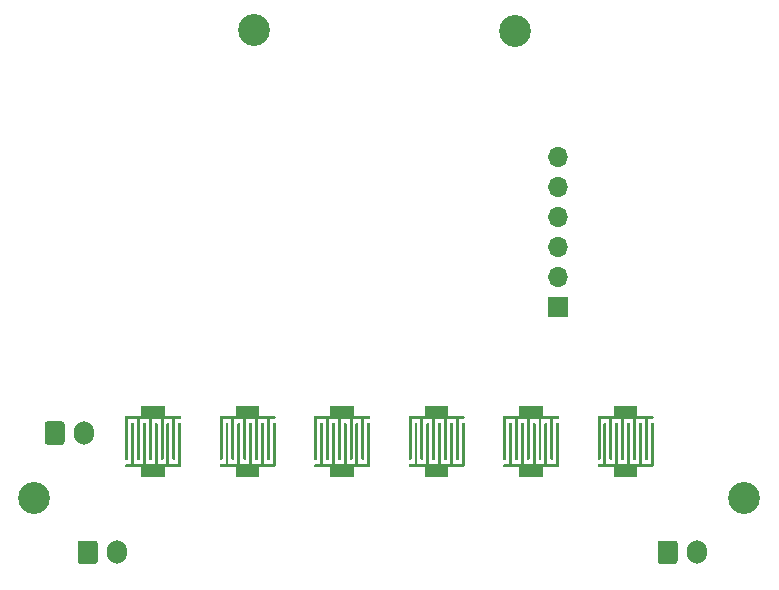
<source format=gbr>
%TF.GenerationSoftware,KiCad,Pcbnew,(5.1.9-0-10_14)*%
%TF.CreationDate,2021-03-21T21:38:48+11:00*%
%TF.ProjectId,Control Board,436f6e74-726f-46c2-9042-6f6172642e6b,rev?*%
%TF.SameCoordinates,Original*%
%TF.FileFunction,Soldermask,Bot*%
%TF.FilePolarity,Negative*%
%FSLAX46Y46*%
G04 Gerber Fmt 4.6, Leading zero omitted, Abs format (unit mm)*
G04 Created by KiCad (PCBNEW (5.1.9-0-10_14)) date 2021-03-21 21:38:48*
%MOMM*%
%LPD*%
G01*
G04 APERTURE LIST*
%ADD10C,2.700000*%
%ADD11O,1.700000X1.700000*%
%ADD12R,1.700000X1.700000*%
%ADD13C,0.100000*%
%ADD14O,1.700000X2.000000*%
G04 APERTURE END LIST*
D10*
%TO.C,REF\u002A\u002A*%
X139300000Y-142000000D03*
%TD*%
%TO.C,REF\u002A\u002A*%
X79200000Y-142000000D03*
%TD*%
%TO.C,REF\u002A\u002A*%
X119900000Y-102500000D03*
%TD*%
%TO.C,REF\u002A\u002A*%
X97800000Y-102400000D03*
%TD*%
D11*
%TO.C,J1*%
X123500000Y-113120000D03*
X123500000Y-115660000D03*
X123500000Y-118200000D03*
X123500000Y-120740000D03*
X123500000Y-123280000D03*
D12*
X123500000Y-125820000D03*
%TD*%
D13*
%TO.C,SW6*%
G36*
X86986934Y-138794315D02*
G01*
X86974865Y-138792447D01*
X86963036Y-138789410D01*
X86951561Y-138785233D01*
X86940547Y-138779956D01*
X86930101Y-138773630D01*
X86920322Y-138766314D01*
X86911304Y-138758079D01*
X86903132Y-138749004D01*
X86895885Y-138739174D01*
X86889632Y-138728684D01*
X86884432Y-138717634D01*
X86880335Y-138706129D01*
X86877381Y-138694279D01*
X86875597Y-138682198D01*
X86875000Y-138670000D01*
X86875000Y-135170000D01*
X86875006Y-135169189D01*
X86875003Y-135169127D01*
X86875006Y-135169066D01*
X86875012Y-135168255D01*
X86875370Y-135162566D01*
X86875685Y-135156934D01*
X86875751Y-135156505D01*
X86875779Y-135156066D01*
X86876683Y-135150486D01*
X86877553Y-135144865D01*
X86877663Y-135144436D01*
X86877732Y-135144011D01*
X86879165Y-135138588D01*
X86880590Y-135133036D01*
X86880740Y-135132623D01*
X86880851Y-135132204D01*
X86882827Y-135126892D01*
X86884767Y-135121561D01*
X86884955Y-135121169D01*
X86885108Y-135120757D01*
X86887594Y-135115660D01*
X86890044Y-135110547D01*
X86890272Y-135110170D01*
X86890462Y-135109781D01*
X86893408Y-135104991D01*
X86896370Y-135100101D01*
X86896634Y-135099749D01*
X86896861Y-135099379D01*
X86900288Y-135094864D01*
X86903686Y-135090322D01*
X86903979Y-135090001D01*
X86904244Y-135089652D01*
X86908126Y-135085460D01*
X86911921Y-135081304D01*
X86912242Y-135081015D01*
X86912542Y-135080691D01*
X86916769Y-135076939D01*
X86920996Y-135073132D01*
X86921353Y-135072869D01*
X86921675Y-135072583D01*
X86926237Y-135069268D01*
X86930826Y-135065885D01*
X86931199Y-135065663D01*
X86931555Y-135065404D01*
X86936466Y-135062523D01*
X86941316Y-135059632D01*
X86941711Y-135059446D01*
X86942088Y-135059225D01*
X86947246Y-135056842D01*
X86952366Y-135054432D01*
X86952775Y-135054286D01*
X86953174Y-135054102D01*
X86958532Y-135052236D01*
X86963871Y-135050335D01*
X86964297Y-135050229D01*
X86964707Y-135050086D01*
X86970247Y-135048746D01*
X86975721Y-135047381D01*
X86976146Y-135047318D01*
X86976577Y-135047214D01*
X86982291Y-135046411D01*
X86987802Y-135045597D01*
X86988229Y-135045576D01*
X86988671Y-135045514D01*
X86994400Y-135045274D01*
X87000000Y-135045000D01*
X88250000Y-135045000D01*
X88250000Y-134170000D01*
X90250000Y-134170000D01*
X90250000Y-135045000D01*
X91500000Y-135045000D01*
X91501745Y-135045012D01*
X91513934Y-135045779D01*
X91525989Y-135047732D01*
X91537796Y-135050851D01*
X91549243Y-135055108D01*
X91560219Y-135060462D01*
X91570621Y-135066861D01*
X91580348Y-135074244D01*
X91589309Y-135082542D01*
X91597417Y-135091675D01*
X91604596Y-135101555D01*
X91610775Y-135112088D01*
X91615898Y-135123174D01*
X91619914Y-135134707D01*
X91622786Y-135146577D01*
X91624486Y-135158671D01*
X91624997Y-135170873D01*
X91624315Y-135183066D01*
X91622447Y-135195135D01*
X91619410Y-135206964D01*
X91615233Y-135218439D01*
X91609956Y-135229453D01*
X91603630Y-135239899D01*
X91596314Y-135249678D01*
X91588079Y-135258696D01*
X91579004Y-135266868D01*
X91569174Y-135274115D01*
X91558684Y-135280368D01*
X91547634Y-135285568D01*
X91536129Y-135289665D01*
X91524279Y-135292619D01*
X91512198Y-135294403D01*
X91500000Y-135295000D01*
X91125000Y-135295000D01*
X91125000Y-138670000D01*
X91124988Y-138671745D01*
X91124221Y-138683934D01*
X91122268Y-138695989D01*
X91119149Y-138707796D01*
X91114892Y-138719243D01*
X91109538Y-138730219D01*
X91103139Y-138740621D01*
X91095756Y-138750348D01*
X91087458Y-138759309D01*
X91078325Y-138767417D01*
X91068445Y-138774596D01*
X91057912Y-138780775D01*
X91046826Y-138785898D01*
X91035293Y-138789914D01*
X91023423Y-138792786D01*
X91011329Y-138794486D01*
X90999127Y-138794997D01*
X90986934Y-138794315D01*
X90974865Y-138792447D01*
X90963036Y-138789410D01*
X90951561Y-138785233D01*
X90940547Y-138779956D01*
X90930101Y-138773630D01*
X90920322Y-138766314D01*
X90911304Y-138758079D01*
X90903132Y-138749004D01*
X90895885Y-138739174D01*
X90889632Y-138728684D01*
X90884432Y-138717634D01*
X90880335Y-138706129D01*
X90877381Y-138694279D01*
X90875597Y-138682198D01*
X90875000Y-138670000D01*
X90875000Y-135295000D01*
X90125000Y-135295000D01*
X90125000Y-138670000D01*
X90124988Y-138671745D01*
X90124221Y-138683934D01*
X90122268Y-138695989D01*
X90119149Y-138707796D01*
X90114892Y-138719243D01*
X90109538Y-138730219D01*
X90103139Y-138740621D01*
X90095756Y-138750348D01*
X90087458Y-138759309D01*
X90078325Y-138767417D01*
X90068445Y-138774596D01*
X90057912Y-138780775D01*
X90046826Y-138785898D01*
X90035293Y-138789914D01*
X90023423Y-138792786D01*
X90011329Y-138794486D01*
X89999127Y-138794997D01*
X89986934Y-138794315D01*
X89974865Y-138792447D01*
X89963036Y-138789410D01*
X89951561Y-138785233D01*
X89940547Y-138779956D01*
X89930101Y-138773630D01*
X89920322Y-138766314D01*
X89911304Y-138758079D01*
X89903132Y-138749004D01*
X89895885Y-138739174D01*
X89889632Y-138728684D01*
X89884432Y-138717634D01*
X89880335Y-138706129D01*
X89877381Y-138694279D01*
X89875597Y-138682198D01*
X89875000Y-138670000D01*
X89875000Y-135295000D01*
X89125000Y-135295000D01*
X89125000Y-138670000D01*
X89124988Y-138671745D01*
X89124221Y-138683934D01*
X89122268Y-138695989D01*
X89119149Y-138707796D01*
X89114892Y-138719243D01*
X89109538Y-138730219D01*
X89103139Y-138740621D01*
X89095756Y-138750348D01*
X89087458Y-138759309D01*
X89078325Y-138767417D01*
X89068445Y-138774596D01*
X89057912Y-138780775D01*
X89046826Y-138785898D01*
X89035293Y-138789914D01*
X89023423Y-138792786D01*
X89011329Y-138794486D01*
X88999127Y-138794997D01*
X88986934Y-138794315D01*
X88974865Y-138792447D01*
X88963036Y-138789410D01*
X88951561Y-138785233D01*
X88940547Y-138779956D01*
X88930101Y-138773630D01*
X88920322Y-138766314D01*
X88911304Y-138758079D01*
X88903132Y-138749004D01*
X88895885Y-138739174D01*
X88889632Y-138728684D01*
X88884432Y-138717634D01*
X88880335Y-138706129D01*
X88877381Y-138694279D01*
X88875597Y-138682198D01*
X88875000Y-138670000D01*
X88875000Y-135295000D01*
X88125000Y-135295000D01*
X88125000Y-138670000D01*
X88124988Y-138671745D01*
X88124221Y-138683934D01*
X88122268Y-138695989D01*
X88119149Y-138707796D01*
X88114892Y-138719243D01*
X88109538Y-138730219D01*
X88103139Y-138740621D01*
X88095756Y-138750348D01*
X88087458Y-138759309D01*
X88078325Y-138767417D01*
X88068445Y-138774596D01*
X88057912Y-138780775D01*
X88046826Y-138785898D01*
X88035293Y-138789914D01*
X88023423Y-138792786D01*
X88011329Y-138794486D01*
X87999127Y-138794997D01*
X87986934Y-138794315D01*
X87974865Y-138792447D01*
X87963036Y-138789410D01*
X87951561Y-138785233D01*
X87940547Y-138779956D01*
X87930101Y-138773630D01*
X87920322Y-138766314D01*
X87911304Y-138758079D01*
X87903132Y-138749004D01*
X87895885Y-138739174D01*
X87889632Y-138728684D01*
X87884432Y-138717634D01*
X87880335Y-138706129D01*
X87877381Y-138694279D01*
X87875597Y-138682198D01*
X87875000Y-138670000D01*
X87875000Y-135295000D01*
X87125000Y-135295000D01*
X87125000Y-138670000D01*
X87124988Y-138671745D01*
X87124221Y-138683934D01*
X87122268Y-138695989D01*
X87119149Y-138707796D01*
X87114892Y-138719243D01*
X87109538Y-138730219D01*
X87103139Y-138740621D01*
X87095756Y-138750348D01*
X87087458Y-138759309D01*
X87078325Y-138767417D01*
X87068445Y-138774596D01*
X87057912Y-138780775D01*
X87046826Y-138785898D01*
X87035293Y-138789914D01*
X87023423Y-138792786D01*
X87011329Y-138794486D01*
X86999127Y-138794997D01*
X86986934Y-138794315D01*
G37*
G36*
X91513066Y-135625685D02*
G01*
X91525135Y-135627553D01*
X91536964Y-135630590D01*
X91548439Y-135634767D01*
X91559453Y-135640044D01*
X91569899Y-135646370D01*
X91579678Y-135653686D01*
X91588696Y-135661921D01*
X91596868Y-135670996D01*
X91604115Y-135680826D01*
X91610368Y-135691316D01*
X91615568Y-135702366D01*
X91619665Y-135713871D01*
X91622619Y-135725721D01*
X91624403Y-135737802D01*
X91625000Y-135750000D01*
X91625000Y-139250000D01*
X91624994Y-139250811D01*
X91624997Y-139250873D01*
X91624994Y-139250934D01*
X91624988Y-139251745D01*
X91624630Y-139257434D01*
X91624315Y-139263066D01*
X91624249Y-139263495D01*
X91624221Y-139263934D01*
X91623317Y-139269514D01*
X91622447Y-139275135D01*
X91622337Y-139275564D01*
X91622268Y-139275989D01*
X91620835Y-139281412D01*
X91619410Y-139286964D01*
X91619260Y-139287377D01*
X91619149Y-139287796D01*
X91617173Y-139293108D01*
X91615233Y-139298439D01*
X91615045Y-139298831D01*
X91614892Y-139299243D01*
X91612406Y-139304340D01*
X91609956Y-139309453D01*
X91609728Y-139309830D01*
X91609538Y-139310219D01*
X91606592Y-139315009D01*
X91603630Y-139319899D01*
X91603366Y-139320251D01*
X91603139Y-139320621D01*
X91599712Y-139325136D01*
X91596314Y-139329678D01*
X91596021Y-139329999D01*
X91595756Y-139330348D01*
X91591874Y-139334540D01*
X91588079Y-139338696D01*
X91587758Y-139338985D01*
X91587458Y-139339309D01*
X91583231Y-139343061D01*
X91579004Y-139346868D01*
X91578647Y-139347131D01*
X91578325Y-139347417D01*
X91573763Y-139350732D01*
X91569174Y-139354115D01*
X91568801Y-139354337D01*
X91568445Y-139354596D01*
X91563534Y-139357477D01*
X91558684Y-139360368D01*
X91558289Y-139360554D01*
X91557912Y-139360775D01*
X91552754Y-139363158D01*
X91547634Y-139365568D01*
X91547225Y-139365714D01*
X91546826Y-139365898D01*
X91541468Y-139367764D01*
X91536129Y-139369665D01*
X91535703Y-139369771D01*
X91535293Y-139369914D01*
X91529753Y-139371254D01*
X91524279Y-139372619D01*
X91523854Y-139372682D01*
X91523423Y-139372786D01*
X91517709Y-139373589D01*
X91512198Y-139374403D01*
X91511771Y-139374424D01*
X91511329Y-139374486D01*
X91505600Y-139374726D01*
X91500000Y-139375000D01*
X90250000Y-139375000D01*
X90250000Y-140250000D01*
X88250000Y-140250000D01*
X88250000Y-139375000D01*
X87000000Y-139375000D01*
X86998255Y-139374988D01*
X86986066Y-139374221D01*
X86974011Y-139372268D01*
X86962204Y-139369149D01*
X86950757Y-139364892D01*
X86939781Y-139359538D01*
X86929379Y-139353139D01*
X86919652Y-139345756D01*
X86910691Y-139337458D01*
X86902583Y-139328325D01*
X86895404Y-139318445D01*
X86889225Y-139307912D01*
X86884102Y-139296826D01*
X86880086Y-139285293D01*
X86877214Y-139273423D01*
X86875514Y-139261329D01*
X86875003Y-139249127D01*
X86875685Y-139236934D01*
X86877553Y-139224865D01*
X86880590Y-139213036D01*
X86884767Y-139201561D01*
X86890044Y-139190547D01*
X86896370Y-139180101D01*
X86903686Y-139170322D01*
X86911921Y-139161304D01*
X86920996Y-139153132D01*
X86930826Y-139145885D01*
X86941316Y-139139632D01*
X86952366Y-139134432D01*
X86963871Y-139130335D01*
X86975721Y-139127381D01*
X86987802Y-139125597D01*
X87000000Y-139125000D01*
X87375000Y-139125000D01*
X87375000Y-135750000D01*
X87375012Y-135748255D01*
X87375779Y-135736066D01*
X87377732Y-135724011D01*
X87380851Y-135712204D01*
X87385108Y-135700757D01*
X87390462Y-135689781D01*
X87396861Y-135679379D01*
X87404244Y-135669652D01*
X87412542Y-135660691D01*
X87421675Y-135652583D01*
X87431555Y-135645404D01*
X87442088Y-135639225D01*
X87453174Y-135634102D01*
X87464707Y-135630086D01*
X87476577Y-135627214D01*
X87488671Y-135625514D01*
X87500873Y-135625003D01*
X87513066Y-135625685D01*
X87525135Y-135627553D01*
X87536964Y-135630590D01*
X87548439Y-135634767D01*
X87559453Y-135640044D01*
X87569899Y-135646370D01*
X87579678Y-135653686D01*
X87588696Y-135661921D01*
X87596868Y-135670996D01*
X87604115Y-135680826D01*
X87610368Y-135691316D01*
X87615568Y-135702366D01*
X87619665Y-135713871D01*
X87622619Y-135725721D01*
X87624403Y-135737802D01*
X87625000Y-135750000D01*
X87625000Y-139125000D01*
X88375000Y-139125000D01*
X88375000Y-135750000D01*
X88375012Y-135748255D01*
X88375779Y-135736066D01*
X88377732Y-135724011D01*
X88380851Y-135712204D01*
X88385108Y-135700757D01*
X88390462Y-135689781D01*
X88396861Y-135679379D01*
X88404244Y-135669652D01*
X88412542Y-135660691D01*
X88421675Y-135652583D01*
X88431555Y-135645404D01*
X88442088Y-135639225D01*
X88453174Y-135634102D01*
X88464707Y-135630086D01*
X88476577Y-135627214D01*
X88488671Y-135625514D01*
X88500873Y-135625003D01*
X88513066Y-135625685D01*
X88525135Y-135627553D01*
X88536964Y-135630590D01*
X88548439Y-135634767D01*
X88559453Y-135640044D01*
X88569899Y-135646370D01*
X88579678Y-135653686D01*
X88588696Y-135661921D01*
X88596868Y-135670996D01*
X88604115Y-135680826D01*
X88610368Y-135691316D01*
X88615568Y-135702366D01*
X88619665Y-135713871D01*
X88622619Y-135725721D01*
X88624403Y-135737802D01*
X88625000Y-135750000D01*
X88625000Y-139125000D01*
X89375000Y-139125000D01*
X89375000Y-135750000D01*
X89375012Y-135748255D01*
X89375779Y-135736066D01*
X89377732Y-135724011D01*
X89380851Y-135712204D01*
X89385108Y-135700757D01*
X89390462Y-135689781D01*
X89396861Y-135679379D01*
X89404244Y-135669652D01*
X89412542Y-135660691D01*
X89421675Y-135652583D01*
X89431555Y-135645404D01*
X89442088Y-135639225D01*
X89453174Y-135634102D01*
X89464707Y-135630086D01*
X89476577Y-135627214D01*
X89488671Y-135625514D01*
X89500873Y-135625003D01*
X89513066Y-135625685D01*
X89525135Y-135627553D01*
X89536964Y-135630590D01*
X89548439Y-135634767D01*
X89559453Y-135640044D01*
X89569899Y-135646370D01*
X89579678Y-135653686D01*
X89588696Y-135661921D01*
X89596868Y-135670996D01*
X89604115Y-135680826D01*
X89610368Y-135691316D01*
X89615568Y-135702366D01*
X89619665Y-135713871D01*
X89622619Y-135725721D01*
X89624403Y-135737802D01*
X89625000Y-135750000D01*
X89625000Y-139125000D01*
X90375000Y-139125000D01*
X90375000Y-135750000D01*
X90375012Y-135748255D01*
X90375779Y-135736066D01*
X90377732Y-135724011D01*
X90380851Y-135712204D01*
X90385108Y-135700757D01*
X90390462Y-135689781D01*
X90396861Y-135679379D01*
X90404244Y-135669652D01*
X90412542Y-135660691D01*
X90421675Y-135652583D01*
X90431555Y-135645404D01*
X90442088Y-135639225D01*
X90453174Y-135634102D01*
X90464707Y-135630086D01*
X90476577Y-135627214D01*
X90488671Y-135625514D01*
X90500873Y-135625003D01*
X90513066Y-135625685D01*
X90525135Y-135627553D01*
X90536964Y-135630590D01*
X90548439Y-135634767D01*
X90559453Y-135640044D01*
X90569899Y-135646370D01*
X90579678Y-135653686D01*
X90588696Y-135661921D01*
X90596868Y-135670996D01*
X90604115Y-135680826D01*
X90610368Y-135691316D01*
X90615568Y-135702366D01*
X90619665Y-135713871D01*
X90622619Y-135725721D01*
X90624403Y-135737802D01*
X90625000Y-135750000D01*
X90625000Y-139125000D01*
X91375000Y-139125000D01*
X91375000Y-135750000D01*
X91375012Y-135748255D01*
X91375779Y-135736066D01*
X91377732Y-135724011D01*
X91380851Y-135712204D01*
X91385108Y-135700757D01*
X91390462Y-135689781D01*
X91396861Y-135679379D01*
X91404244Y-135669652D01*
X91412542Y-135660691D01*
X91421675Y-135652583D01*
X91431555Y-135645404D01*
X91442088Y-135639225D01*
X91453174Y-135634102D01*
X91464707Y-135630086D01*
X91476577Y-135627214D01*
X91488671Y-135625514D01*
X91500873Y-135625003D01*
X91513066Y-135625685D01*
G37*
%TD*%
%TO.C,M1*%
G36*
G01*
X131950000Y-147350000D02*
X131950000Y-145850000D01*
G75*
G02*
X132200000Y-145600000I250000J0D01*
G01*
X133400000Y-145600000D01*
G75*
G02*
X133650000Y-145850000I0J-250000D01*
G01*
X133650000Y-147350000D01*
G75*
G02*
X133400000Y-147600000I-250000J0D01*
G01*
X132200000Y-147600000D01*
G75*
G02*
X131950000Y-147350000I0J250000D01*
G01*
G37*
D14*
X135300000Y-146600000D03*
%TD*%
%TO.C,BT1*%
G36*
G01*
X82850000Y-147350000D02*
X82850000Y-145850000D01*
G75*
G02*
X83100000Y-145600000I250000J0D01*
G01*
X84300000Y-145600000D01*
G75*
G02*
X84550000Y-145850000I0J-250000D01*
G01*
X84550000Y-147350000D01*
G75*
G02*
X84300000Y-147600000I-250000J0D01*
G01*
X83100000Y-147600000D01*
G75*
G02*
X82850000Y-147350000I0J250000D01*
G01*
G37*
X86200000Y-146600000D03*
%TD*%
%TO.C,J2*%
G36*
G01*
X80050000Y-137250000D02*
X80050000Y-135750000D01*
G75*
G02*
X80300000Y-135500000I250000J0D01*
G01*
X81500000Y-135500000D01*
G75*
G02*
X81750000Y-135750000I0J-250000D01*
G01*
X81750000Y-137250000D01*
G75*
G02*
X81500000Y-137500000I-250000J0D01*
G01*
X80300000Y-137500000D01*
G75*
G02*
X80050000Y-137250000I0J250000D01*
G01*
G37*
X83400000Y-136500000D03*
%TD*%
D13*
%TO.C,SW1*%
G36*
X131513066Y-135625685D02*
G01*
X131525135Y-135627553D01*
X131536964Y-135630590D01*
X131548439Y-135634767D01*
X131559453Y-135640044D01*
X131569899Y-135646370D01*
X131579678Y-135653686D01*
X131588696Y-135661921D01*
X131596868Y-135670996D01*
X131604115Y-135680826D01*
X131610368Y-135691316D01*
X131615568Y-135702366D01*
X131619665Y-135713871D01*
X131622619Y-135725721D01*
X131624403Y-135737802D01*
X131625000Y-135750000D01*
X131625000Y-139250000D01*
X131624994Y-139250811D01*
X131624997Y-139250873D01*
X131624994Y-139250934D01*
X131624988Y-139251745D01*
X131624630Y-139257434D01*
X131624315Y-139263066D01*
X131624249Y-139263495D01*
X131624221Y-139263934D01*
X131623317Y-139269514D01*
X131622447Y-139275135D01*
X131622337Y-139275564D01*
X131622268Y-139275989D01*
X131620835Y-139281412D01*
X131619410Y-139286964D01*
X131619260Y-139287377D01*
X131619149Y-139287796D01*
X131617173Y-139293108D01*
X131615233Y-139298439D01*
X131615045Y-139298831D01*
X131614892Y-139299243D01*
X131612406Y-139304340D01*
X131609956Y-139309453D01*
X131609728Y-139309830D01*
X131609538Y-139310219D01*
X131606592Y-139315009D01*
X131603630Y-139319899D01*
X131603366Y-139320251D01*
X131603139Y-139320621D01*
X131599712Y-139325136D01*
X131596314Y-139329678D01*
X131596021Y-139329999D01*
X131595756Y-139330348D01*
X131591874Y-139334540D01*
X131588079Y-139338696D01*
X131587758Y-139338985D01*
X131587458Y-139339309D01*
X131583231Y-139343061D01*
X131579004Y-139346868D01*
X131578647Y-139347131D01*
X131578325Y-139347417D01*
X131573763Y-139350732D01*
X131569174Y-139354115D01*
X131568801Y-139354337D01*
X131568445Y-139354596D01*
X131563534Y-139357477D01*
X131558684Y-139360368D01*
X131558289Y-139360554D01*
X131557912Y-139360775D01*
X131552754Y-139363158D01*
X131547634Y-139365568D01*
X131547225Y-139365714D01*
X131546826Y-139365898D01*
X131541468Y-139367764D01*
X131536129Y-139369665D01*
X131535703Y-139369771D01*
X131535293Y-139369914D01*
X131529753Y-139371254D01*
X131524279Y-139372619D01*
X131523854Y-139372682D01*
X131523423Y-139372786D01*
X131517709Y-139373589D01*
X131512198Y-139374403D01*
X131511771Y-139374424D01*
X131511329Y-139374486D01*
X131505600Y-139374726D01*
X131500000Y-139375000D01*
X130250000Y-139375000D01*
X130250000Y-140250000D01*
X128250000Y-140250000D01*
X128250000Y-139375000D01*
X127000000Y-139375000D01*
X126998255Y-139374988D01*
X126986066Y-139374221D01*
X126974011Y-139372268D01*
X126962204Y-139369149D01*
X126950757Y-139364892D01*
X126939781Y-139359538D01*
X126929379Y-139353139D01*
X126919652Y-139345756D01*
X126910691Y-139337458D01*
X126902583Y-139328325D01*
X126895404Y-139318445D01*
X126889225Y-139307912D01*
X126884102Y-139296826D01*
X126880086Y-139285293D01*
X126877214Y-139273423D01*
X126875514Y-139261329D01*
X126875003Y-139249127D01*
X126875685Y-139236934D01*
X126877553Y-139224865D01*
X126880590Y-139213036D01*
X126884767Y-139201561D01*
X126890044Y-139190547D01*
X126896370Y-139180101D01*
X126903686Y-139170322D01*
X126911921Y-139161304D01*
X126920996Y-139153132D01*
X126930826Y-139145885D01*
X126941316Y-139139632D01*
X126952366Y-139134432D01*
X126963871Y-139130335D01*
X126975721Y-139127381D01*
X126987802Y-139125597D01*
X127000000Y-139125000D01*
X127375000Y-139125000D01*
X127375000Y-135750000D01*
X127375012Y-135748255D01*
X127375779Y-135736066D01*
X127377732Y-135724011D01*
X127380851Y-135712204D01*
X127385108Y-135700757D01*
X127390462Y-135689781D01*
X127396861Y-135679379D01*
X127404244Y-135669652D01*
X127412542Y-135660691D01*
X127421675Y-135652583D01*
X127431555Y-135645404D01*
X127442088Y-135639225D01*
X127453174Y-135634102D01*
X127464707Y-135630086D01*
X127476577Y-135627214D01*
X127488671Y-135625514D01*
X127500873Y-135625003D01*
X127513066Y-135625685D01*
X127525135Y-135627553D01*
X127536964Y-135630590D01*
X127548439Y-135634767D01*
X127559453Y-135640044D01*
X127569899Y-135646370D01*
X127579678Y-135653686D01*
X127588696Y-135661921D01*
X127596868Y-135670996D01*
X127604115Y-135680826D01*
X127610368Y-135691316D01*
X127615568Y-135702366D01*
X127619665Y-135713871D01*
X127622619Y-135725721D01*
X127624403Y-135737802D01*
X127625000Y-135750000D01*
X127625000Y-139125000D01*
X128375000Y-139125000D01*
X128375000Y-135750000D01*
X128375012Y-135748255D01*
X128375779Y-135736066D01*
X128377732Y-135724011D01*
X128380851Y-135712204D01*
X128385108Y-135700757D01*
X128390462Y-135689781D01*
X128396861Y-135679379D01*
X128404244Y-135669652D01*
X128412542Y-135660691D01*
X128421675Y-135652583D01*
X128431555Y-135645404D01*
X128442088Y-135639225D01*
X128453174Y-135634102D01*
X128464707Y-135630086D01*
X128476577Y-135627214D01*
X128488671Y-135625514D01*
X128500873Y-135625003D01*
X128513066Y-135625685D01*
X128525135Y-135627553D01*
X128536964Y-135630590D01*
X128548439Y-135634767D01*
X128559453Y-135640044D01*
X128569899Y-135646370D01*
X128579678Y-135653686D01*
X128588696Y-135661921D01*
X128596868Y-135670996D01*
X128604115Y-135680826D01*
X128610368Y-135691316D01*
X128615568Y-135702366D01*
X128619665Y-135713871D01*
X128622619Y-135725721D01*
X128624403Y-135737802D01*
X128625000Y-135750000D01*
X128625000Y-139125000D01*
X129375000Y-139125000D01*
X129375000Y-135750000D01*
X129375012Y-135748255D01*
X129375779Y-135736066D01*
X129377732Y-135724011D01*
X129380851Y-135712204D01*
X129385108Y-135700757D01*
X129390462Y-135689781D01*
X129396861Y-135679379D01*
X129404244Y-135669652D01*
X129412542Y-135660691D01*
X129421675Y-135652583D01*
X129431555Y-135645404D01*
X129442088Y-135639225D01*
X129453174Y-135634102D01*
X129464707Y-135630086D01*
X129476577Y-135627214D01*
X129488671Y-135625514D01*
X129500873Y-135625003D01*
X129513066Y-135625685D01*
X129525135Y-135627553D01*
X129536964Y-135630590D01*
X129548439Y-135634767D01*
X129559453Y-135640044D01*
X129569899Y-135646370D01*
X129579678Y-135653686D01*
X129588696Y-135661921D01*
X129596868Y-135670996D01*
X129604115Y-135680826D01*
X129610368Y-135691316D01*
X129615568Y-135702366D01*
X129619665Y-135713871D01*
X129622619Y-135725721D01*
X129624403Y-135737802D01*
X129625000Y-135750000D01*
X129625000Y-139125000D01*
X130375000Y-139125000D01*
X130375000Y-135750000D01*
X130375012Y-135748255D01*
X130375779Y-135736066D01*
X130377732Y-135724011D01*
X130380851Y-135712204D01*
X130385108Y-135700757D01*
X130390462Y-135689781D01*
X130396861Y-135679379D01*
X130404244Y-135669652D01*
X130412542Y-135660691D01*
X130421675Y-135652583D01*
X130431555Y-135645404D01*
X130442088Y-135639225D01*
X130453174Y-135634102D01*
X130464707Y-135630086D01*
X130476577Y-135627214D01*
X130488671Y-135625514D01*
X130500873Y-135625003D01*
X130513066Y-135625685D01*
X130525135Y-135627553D01*
X130536964Y-135630590D01*
X130548439Y-135634767D01*
X130559453Y-135640044D01*
X130569899Y-135646370D01*
X130579678Y-135653686D01*
X130588696Y-135661921D01*
X130596868Y-135670996D01*
X130604115Y-135680826D01*
X130610368Y-135691316D01*
X130615568Y-135702366D01*
X130619665Y-135713871D01*
X130622619Y-135725721D01*
X130624403Y-135737802D01*
X130625000Y-135750000D01*
X130625000Y-139125000D01*
X131375000Y-139125000D01*
X131375000Y-135750000D01*
X131375012Y-135748255D01*
X131375779Y-135736066D01*
X131377732Y-135724011D01*
X131380851Y-135712204D01*
X131385108Y-135700757D01*
X131390462Y-135689781D01*
X131396861Y-135679379D01*
X131404244Y-135669652D01*
X131412542Y-135660691D01*
X131421675Y-135652583D01*
X131431555Y-135645404D01*
X131442088Y-135639225D01*
X131453174Y-135634102D01*
X131464707Y-135630086D01*
X131476577Y-135627214D01*
X131488671Y-135625514D01*
X131500873Y-135625003D01*
X131513066Y-135625685D01*
G37*
G36*
X126986934Y-138794315D02*
G01*
X126974865Y-138792447D01*
X126963036Y-138789410D01*
X126951561Y-138785233D01*
X126940547Y-138779956D01*
X126930101Y-138773630D01*
X126920322Y-138766314D01*
X126911304Y-138758079D01*
X126903132Y-138749004D01*
X126895885Y-138739174D01*
X126889632Y-138728684D01*
X126884432Y-138717634D01*
X126880335Y-138706129D01*
X126877381Y-138694279D01*
X126875597Y-138682198D01*
X126875000Y-138670000D01*
X126875000Y-135170000D01*
X126875006Y-135169189D01*
X126875003Y-135169127D01*
X126875006Y-135169066D01*
X126875012Y-135168255D01*
X126875370Y-135162566D01*
X126875685Y-135156934D01*
X126875751Y-135156505D01*
X126875779Y-135156066D01*
X126876683Y-135150486D01*
X126877553Y-135144865D01*
X126877663Y-135144436D01*
X126877732Y-135144011D01*
X126879165Y-135138588D01*
X126880590Y-135133036D01*
X126880740Y-135132623D01*
X126880851Y-135132204D01*
X126882827Y-135126892D01*
X126884767Y-135121561D01*
X126884955Y-135121169D01*
X126885108Y-135120757D01*
X126887594Y-135115660D01*
X126890044Y-135110547D01*
X126890272Y-135110170D01*
X126890462Y-135109781D01*
X126893408Y-135104991D01*
X126896370Y-135100101D01*
X126896634Y-135099749D01*
X126896861Y-135099379D01*
X126900288Y-135094864D01*
X126903686Y-135090322D01*
X126903979Y-135090001D01*
X126904244Y-135089652D01*
X126908126Y-135085460D01*
X126911921Y-135081304D01*
X126912242Y-135081015D01*
X126912542Y-135080691D01*
X126916769Y-135076939D01*
X126920996Y-135073132D01*
X126921353Y-135072869D01*
X126921675Y-135072583D01*
X126926237Y-135069268D01*
X126930826Y-135065885D01*
X126931199Y-135065663D01*
X126931555Y-135065404D01*
X126936466Y-135062523D01*
X126941316Y-135059632D01*
X126941711Y-135059446D01*
X126942088Y-135059225D01*
X126947246Y-135056842D01*
X126952366Y-135054432D01*
X126952775Y-135054286D01*
X126953174Y-135054102D01*
X126958532Y-135052236D01*
X126963871Y-135050335D01*
X126964297Y-135050229D01*
X126964707Y-135050086D01*
X126970247Y-135048746D01*
X126975721Y-135047381D01*
X126976146Y-135047318D01*
X126976577Y-135047214D01*
X126982291Y-135046411D01*
X126987802Y-135045597D01*
X126988229Y-135045576D01*
X126988671Y-135045514D01*
X126994400Y-135045274D01*
X127000000Y-135045000D01*
X128250000Y-135045000D01*
X128250000Y-134170000D01*
X130250000Y-134170000D01*
X130250000Y-135045000D01*
X131500000Y-135045000D01*
X131501745Y-135045012D01*
X131513934Y-135045779D01*
X131525989Y-135047732D01*
X131537796Y-135050851D01*
X131549243Y-135055108D01*
X131560219Y-135060462D01*
X131570621Y-135066861D01*
X131580348Y-135074244D01*
X131589309Y-135082542D01*
X131597417Y-135091675D01*
X131604596Y-135101555D01*
X131610775Y-135112088D01*
X131615898Y-135123174D01*
X131619914Y-135134707D01*
X131622786Y-135146577D01*
X131624486Y-135158671D01*
X131624997Y-135170873D01*
X131624315Y-135183066D01*
X131622447Y-135195135D01*
X131619410Y-135206964D01*
X131615233Y-135218439D01*
X131609956Y-135229453D01*
X131603630Y-135239899D01*
X131596314Y-135249678D01*
X131588079Y-135258696D01*
X131579004Y-135266868D01*
X131569174Y-135274115D01*
X131558684Y-135280368D01*
X131547634Y-135285568D01*
X131536129Y-135289665D01*
X131524279Y-135292619D01*
X131512198Y-135294403D01*
X131500000Y-135295000D01*
X131125000Y-135295000D01*
X131125000Y-138670000D01*
X131124988Y-138671745D01*
X131124221Y-138683934D01*
X131122268Y-138695989D01*
X131119149Y-138707796D01*
X131114892Y-138719243D01*
X131109538Y-138730219D01*
X131103139Y-138740621D01*
X131095756Y-138750348D01*
X131087458Y-138759309D01*
X131078325Y-138767417D01*
X131068445Y-138774596D01*
X131057912Y-138780775D01*
X131046826Y-138785898D01*
X131035293Y-138789914D01*
X131023423Y-138792786D01*
X131011329Y-138794486D01*
X130999127Y-138794997D01*
X130986934Y-138794315D01*
X130974865Y-138792447D01*
X130963036Y-138789410D01*
X130951561Y-138785233D01*
X130940547Y-138779956D01*
X130930101Y-138773630D01*
X130920322Y-138766314D01*
X130911304Y-138758079D01*
X130903132Y-138749004D01*
X130895885Y-138739174D01*
X130889632Y-138728684D01*
X130884432Y-138717634D01*
X130880335Y-138706129D01*
X130877381Y-138694279D01*
X130875597Y-138682198D01*
X130875000Y-138670000D01*
X130875000Y-135295000D01*
X130125000Y-135295000D01*
X130125000Y-138670000D01*
X130124988Y-138671745D01*
X130124221Y-138683934D01*
X130122268Y-138695989D01*
X130119149Y-138707796D01*
X130114892Y-138719243D01*
X130109538Y-138730219D01*
X130103139Y-138740621D01*
X130095756Y-138750348D01*
X130087458Y-138759309D01*
X130078325Y-138767417D01*
X130068445Y-138774596D01*
X130057912Y-138780775D01*
X130046826Y-138785898D01*
X130035293Y-138789914D01*
X130023423Y-138792786D01*
X130011329Y-138794486D01*
X129999127Y-138794997D01*
X129986934Y-138794315D01*
X129974865Y-138792447D01*
X129963036Y-138789410D01*
X129951561Y-138785233D01*
X129940547Y-138779956D01*
X129930101Y-138773630D01*
X129920322Y-138766314D01*
X129911304Y-138758079D01*
X129903132Y-138749004D01*
X129895885Y-138739174D01*
X129889632Y-138728684D01*
X129884432Y-138717634D01*
X129880335Y-138706129D01*
X129877381Y-138694279D01*
X129875597Y-138682198D01*
X129875000Y-138670000D01*
X129875000Y-135295000D01*
X129125000Y-135295000D01*
X129125000Y-138670000D01*
X129124988Y-138671745D01*
X129124221Y-138683934D01*
X129122268Y-138695989D01*
X129119149Y-138707796D01*
X129114892Y-138719243D01*
X129109538Y-138730219D01*
X129103139Y-138740621D01*
X129095756Y-138750348D01*
X129087458Y-138759309D01*
X129078325Y-138767417D01*
X129068445Y-138774596D01*
X129057912Y-138780775D01*
X129046826Y-138785898D01*
X129035293Y-138789914D01*
X129023423Y-138792786D01*
X129011329Y-138794486D01*
X128999127Y-138794997D01*
X128986934Y-138794315D01*
X128974865Y-138792447D01*
X128963036Y-138789410D01*
X128951561Y-138785233D01*
X128940547Y-138779956D01*
X128930101Y-138773630D01*
X128920322Y-138766314D01*
X128911304Y-138758079D01*
X128903132Y-138749004D01*
X128895885Y-138739174D01*
X128889632Y-138728684D01*
X128884432Y-138717634D01*
X128880335Y-138706129D01*
X128877381Y-138694279D01*
X128875597Y-138682198D01*
X128875000Y-138670000D01*
X128875000Y-135295000D01*
X128125000Y-135295000D01*
X128125000Y-138670000D01*
X128124988Y-138671745D01*
X128124221Y-138683934D01*
X128122268Y-138695989D01*
X128119149Y-138707796D01*
X128114892Y-138719243D01*
X128109538Y-138730219D01*
X128103139Y-138740621D01*
X128095756Y-138750348D01*
X128087458Y-138759309D01*
X128078325Y-138767417D01*
X128068445Y-138774596D01*
X128057912Y-138780775D01*
X128046826Y-138785898D01*
X128035293Y-138789914D01*
X128023423Y-138792786D01*
X128011329Y-138794486D01*
X127999127Y-138794997D01*
X127986934Y-138794315D01*
X127974865Y-138792447D01*
X127963036Y-138789410D01*
X127951561Y-138785233D01*
X127940547Y-138779956D01*
X127930101Y-138773630D01*
X127920322Y-138766314D01*
X127911304Y-138758079D01*
X127903132Y-138749004D01*
X127895885Y-138739174D01*
X127889632Y-138728684D01*
X127884432Y-138717634D01*
X127880335Y-138706129D01*
X127877381Y-138694279D01*
X127875597Y-138682198D01*
X127875000Y-138670000D01*
X127875000Y-135295000D01*
X127125000Y-135295000D01*
X127125000Y-138670000D01*
X127124988Y-138671745D01*
X127124221Y-138683934D01*
X127122268Y-138695989D01*
X127119149Y-138707796D01*
X127114892Y-138719243D01*
X127109538Y-138730219D01*
X127103139Y-138740621D01*
X127095756Y-138750348D01*
X127087458Y-138759309D01*
X127078325Y-138767417D01*
X127068445Y-138774596D01*
X127057912Y-138780775D01*
X127046826Y-138785898D01*
X127035293Y-138789914D01*
X127023423Y-138792786D01*
X127011329Y-138794486D01*
X126999127Y-138794997D01*
X126986934Y-138794315D01*
G37*
%TD*%
%TO.C,SW2*%
G36*
X123513066Y-135625685D02*
G01*
X123525135Y-135627553D01*
X123536964Y-135630590D01*
X123548439Y-135634767D01*
X123559453Y-135640044D01*
X123569899Y-135646370D01*
X123579678Y-135653686D01*
X123588696Y-135661921D01*
X123596868Y-135670996D01*
X123604115Y-135680826D01*
X123610368Y-135691316D01*
X123615568Y-135702366D01*
X123619665Y-135713871D01*
X123622619Y-135725721D01*
X123624403Y-135737802D01*
X123625000Y-135750000D01*
X123625000Y-139250000D01*
X123624994Y-139250811D01*
X123624997Y-139250873D01*
X123624994Y-139250934D01*
X123624988Y-139251745D01*
X123624630Y-139257434D01*
X123624315Y-139263066D01*
X123624249Y-139263495D01*
X123624221Y-139263934D01*
X123623317Y-139269514D01*
X123622447Y-139275135D01*
X123622337Y-139275564D01*
X123622268Y-139275989D01*
X123620835Y-139281412D01*
X123619410Y-139286964D01*
X123619260Y-139287377D01*
X123619149Y-139287796D01*
X123617173Y-139293108D01*
X123615233Y-139298439D01*
X123615045Y-139298831D01*
X123614892Y-139299243D01*
X123612406Y-139304340D01*
X123609956Y-139309453D01*
X123609728Y-139309830D01*
X123609538Y-139310219D01*
X123606592Y-139315009D01*
X123603630Y-139319899D01*
X123603366Y-139320251D01*
X123603139Y-139320621D01*
X123599712Y-139325136D01*
X123596314Y-139329678D01*
X123596021Y-139329999D01*
X123595756Y-139330348D01*
X123591874Y-139334540D01*
X123588079Y-139338696D01*
X123587758Y-139338985D01*
X123587458Y-139339309D01*
X123583231Y-139343061D01*
X123579004Y-139346868D01*
X123578647Y-139347131D01*
X123578325Y-139347417D01*
X123573763Y-139350732D01*
X123569174Y-139354115D01*
X123568801Y-139354337D01*
X123568445Y-139354596D01*
X123563534Y-139357477D01*
X123558684Y-139360368D01*
X123558289Y-139360554D01*
X123557912Y-139360775D01*
X123552754Y-139363158D01*
X123547634Y-139365568D01*
X123547225Y-139365714D01*
X123546826Y-139365898D01*
X123541468Y-139367764D01*
X123536129Y-139369665D01*
X123535703Y-139369771D01*
X123535293Y-139369914D01*
X123529753Y-139371254D01*
X123524279Y-139372619D01*
X123523854Y-139372682D01*
X123523423Y-139372786D01*
X123517709Y-139373589D01*
X123512198Y-139374403D01*
X123511771Y-139374424D01*
X123511329Y-139374486D01*
X123505600Y-139374726D01*
X123500000Y-139375000D01*
X122250000Y-139375000D01*
X122250000Y-140250000D01*
X120250000Y-140250000D01*
X120250000Y-139375000D01*
X119000000Y-139375000D01*
X118998255Y-139374988D01*
X118986066Y-139374221D01*
X118974011Y-139372268D01*
X118962204Y-139369149D01*
X118950757Y-139364892D01*
X118939781Y-139359538D01*
X118929379Y-139353139D01*
X118919652Y-139345756D01*
X118910691Y-139337458D01*
X118902583Y-139328325D01*
X118895404Y-139318445D01*
X118889225Y-139307912D01*
X118884102Y-139296826D01*
X118880086Y-139285293D01*
X118877214Y-139273423D01*
X118875514Y-139261329D01*
X118875003Y-139249127D01*
X118875685Y-139236934D01*
X118877553Y-139224865D01*
X118880590Y-139213036D01*
X118884767Y-139201561D01*
X118890044Y-139190547D01*
X118896370Y-139180101D01*
X118903686Y-139170322D01*
X118911921Y-139161304D01*
X118920996Y-139153132D01*
X118930826Y-139145885D01*
X118941316Y-139139632D01*
X118952366Y-139134432D01*
X118963871Y-139130335D01*
X118975721Y-139127381D01*
X118987802Y-139125597D01*
X119000000Y-139125000D01*
X119375000Y-139125000D01*
X119375000Y-135750000D01*
X119375012Y-135748255D01*
X119375779Y-135736066D01*
X119377732Y-135724011D01*
X119380851Y-135712204D01*
X119385108Y-135700757D01*
X119390462Y-135689781D01*
X119396861Y-135679379D01*
X119404244Y-135669652D01*
X119412542Y-135660691D01*
X119421675Y-135652583D01*
X119431555Y-135645404D01*
X119442088Y-135639225D01*
X119453174Y-135634102D01*
X119464707Y-135630086D01*
X119476577Y-135627214D01*
X119488671Y-135625514D01*
X119500873Y-135625003D01*
X119513066Y-135625685D01*
X119525135Y-135627553D01*
X119536964Y-135630590D01*
X119548439Y-135634767D01*
X119559453Y-135640044D01*
X119569899Y-135646370D01*
X119579678Y-135653686D01*
X119588696Y-135661921D01*
X119596868Y-135670996D01*
X119604115Y-135680826D01*
X119610368Y-135691316D01*
X119615568Y-135702366D01*
X119619665Y-135713871D01*
X119622619Y-135725721D01*
X119624403Y-135737802D01*
X119625000Y-135750000D01*
X119625000Y-139125000D01*
X120375000Y-139125000D01*
X120375000Y-135750000D01*
X120375012Y-135748255D01*
X120375779Y-135736066D01*
X120377732Y-135724011D01*
X120380851Y-135712204D01*
X120385108Y-135700757D01*
X120390462Y-135689781D01*
X120396861Y-135679379D01*
X120404244Y-135669652D01*
X120412542Y-135660691D01*
X120421675Y-135652583D01*
X120431555Y-135645404D01*
X120442088Y-135639225D01*
X120453174Y-135634102D01*
X120464707Y-135630086D01*
X120476577Y-135627214D01*
X120488671Y-135625514D01*
X120500873Y-135625003D01*
X120513066Y-135625685D01*
X120525135Y-135627553D01*
X120536964Y-135630590D01*
X120548439Y-135634767D01*
X120559453Y-135640044D01*
X120569899Y-135646370D01*
X120579678Y-135653686D01*
X120588696Y-135661921D01*
X120596868Y-135670996D01*
X120604115Y-135680826D01*
X120610368Y-135691316D01*
X120615568Y-135702366D01*
X120619665Y-135713871D01*
X120622619Y-135725721D01*
X120624403Y-135737802D01*
X120625000Y-135750000D01*
X120625000Y-139125000D01*
X121375000Y-139125000D01*
X121375000Y-135750000D01*
X121375012Y-135748255D01*
X121375779Y-135736066D01*
X121377732Y-135724011D01*
X121380851Y-135712204D01*
X121385108Y-135700757D01*
X121390462Y-135689781D01*
X121396861Y-135679379D01*
X121404244Y-135669652D01*
X121412542Y-135660691D01*
X121421675Y-135652583D01*
X121431555Y-135645404D01*
X121442088Y-135639225D01*
X121453174Y-135634102D01*
X121464707Y-135630086D01*
X121476577Y-135627214D01*
X121488671Y-135625514D01*
X121500873Y-135625003D01*
X121513066Y-135625685D01*
X121525135Y-135627553D01*
X121536964Y-135630590D01*
X121548439Y-135634767D01*
X121559453Y-135640044D01*
X121569899Y-135646370D01*
X121579678Y-135653686D01*
X121588696Y-135661921D01*
X121596868Y-135670996D01*
X121604115Y-135680826D01*
X121610368Y-135691316D01*
X121615568Y-135702366D01*
X121619665Y-135713871D01*
X121622619Y-135725721D01*
X121624403Y-135737802D01*
X121625000Y-135750000D01*
X121625000Y-139125000D01*
X122375000Y-139125000D01*
X122375000Y-135750000D01*
X122375012Y-135748255D01*
X122375779Y-135736066D01*
X122377732Y-135724011D01*
X122380851Y-135712204D01*
X122385108Y-135700757D01*
X122390462Y-135689781D01*
X122396861Y-135679379D01*
X122404244Y-135669652D01*
X122412542Y-135660691D01*
X122421675Y-135652583D01*
X122431555Y-135645404D01*
X122442088Y-135639225D01*
X122453174Y-135634102D01*
X122464707Y-135630086D01*
X122476577Y-135627214D01*
X122488671Y-135625514D01*
X122500873Y-135625003D01*
X122513066Y-135625685D01*
X122525135Y-135627553D01*
X122536964Y-135630590D01*
X122548439Y-135634767D01*
X122559453Y-135640044D01*
X122569899Y-135646370D01*
X122579678Y-135653686D01*
X122588696Y-135661921D01*
X122596868Y-135670996D01*
X122604115Y-135680826D01*
X122610368Y-135691316D01*
X122615568Y-135702366D01*
X122619665Y-135713871D01*
X122622619Y-135725721D01*
X122624403Y-135737802D01*
X122625000Y-135750000D01*
X122625000Y-139125000D01*
X123375000Y-139125000D01*
X123375000Y-135750000D01*
X123375012Y-135748255D01*
X123375779Y-135736066D01*
X123377732Y-135724011D01*
X123380851Y-135712204D01*
X123385108Y-135700757D01*
X123390462Y-135689781D01*
X123396861Y-135679379D01*
X123404244Y-135669652D01*
X123412542Y-135660691D01*
X123421675Y-135652583D01*
X123431555Y-135645404D01*
X123442088Y-135639225D01*
X123453174Y-135634102D01*
X123464707Y-135630086D01*
X123476577Y-135627214D01*
X123488671Y-135625514D01*
X123500873Y-135625003D01*
X123513066Y-135625685D01*
G37*
G36*
X118986934Y-138794315D02*
G01*
X118974865Y-138792447D01*
X118963036Y-138789410D01*
X118951561Y-138785233D01*
X118940547Y-138779956D01*
X118930101Y-138773630D01*
X118920322Y-138766314D01*
X118911304Y-138758079D01*
X118903132Y-138749004D01*
X118895885Y-138739174D01*
X118889632Y-138728684D01*
X118884432Y-138717634D01*
X118880335Y-138706129D01*
X118877381Y-138694279D01*
X118875597Y-138682198D01*
X118875000Y-138670000D01*
X118875000Y-135170000D01*
X118875006Y-135169189D01*
X118875003Y-135169127D01*
X118875006Y-135169066D01*
X118875012Y-135168255D01*
X118875370Y-135162566D01*
X118875685Y-135156934D01*
X118875751Y-135156505D01*
X118875779Y-135156066D01*
X118876683Y-135150486D01*
X118877553Y-135144865D01*
X118877663Y-135144436D01*
X118877732Y-135144011D01*
X118879165Y-135138588D01*
X118880590Y-135133036D01*
X118880740Y-135132623D01*
X118880851Y-135132204D01*
X118882827Y-135126892D01*
X118884767Y-135121561D01*
X118884955Y-135121169D01*
X118885108Y-135120757D01*
X118887594Y-135115660D01*
X118890044Y-135110547D01*
X118890272Y-135110170D01*
X118890462Y-135109781D01*
X118893408Y-135104991D01*
X118896370Y-135100101D01*
X118896634Y-135099749D01*
X118896861Y-135099379D01*
X118900288Y-135094864D01*
X118903686Y-135090322D01*
X118903979Y-135090001D01*
X118904244Y-135089652D01*
X118908126Y-135085460D01*
X118911921Y-135081304D01*
X118912242Y-135081015D01*
X118912542Y-135080691D01*
X118916769Y-135076939D01*
X118920996Y-135073132D01*
X118921353Y-135072869D01*
X118921675Y-135072583D01*
X118926237Y-135069268D01*
X118930826Y-135065885D01*
X118931199Y-135065663D01*
X118931555Y-135065404D01*
X118936466Y-135062523D01*
X118941316Y-135059632D01*
X118941711Y-135059446D01*
X118942088Y-135059225D01*
X118947246Y-135056842D01*
X118952366Y-135054432D01*
X118952775Y-135054286D01*
X118953174Y-135054102D01*
X118958532Y-135052236D01*
X118963871Y-135050335D01*
X118964297Y-135050229D01*
X118964707Y-135050086D01*
X118970247Y-135048746D01*
X118975721Y-135047381D01*
X118976146Y-135047318D01*
X118976577Y-135047214D01*
X118982291Y-135046411D01*
X118987802Y-135045597D01*
X118988229Y-135045576D01*
X118988671Y-135045514D01*
X118994400Y-135045274D01*
X119000000Y-135045000D01*
X120250000Y-135045000D01*
X120250000Y-134170000D01*
X122250000Y-134170000D01*
X122250000Y-135045000D01*
X123500000Y-135045000D01*
X123501745Y-135045012D01*
X123513934Y-135045779D01*
X123525989Y-135047732D01*
X123537796Y-135050851D01*
X123549243Y-135055108D01*
X123560219Y-135060462D01*
X123570621Y-135066861D01*
X123580348Y-135074244D01*
X123589309Y-135082542D01*
X123597417Y-135091675D01*
X123604596Y-135101555D01*
X123610775Y-135112088D01*
X123615898Y-135123174D01*
X123619914Y-135134707D01*
X123622786Y-135146577D01*
X123624486Y-135158671D01*
X123624997Y-135170873D01*
X123624315Y-135183066D01*
X123622447Y-135195135D01*
X123619410Y-135206964D01*
X123615233Y-135218439D01*
X123609956Y-135229453D01*
X123603630Y-135239899D01*
X123596314Y-135249678D01*
X123588079Y-135258696D01*
X123579004Y-135266868D01*
X123569174Y-135274115D01*
X123558684Y-135280368D01*
X123547634Y-135285568D01*
X123536129Y-135289665D01*
X123524279Y-135292619D01*
X123512198Y-135294403D01*
X123500000Y-135295000D01*
X123125000Y-135295000D01*
X123125000Y-138670000D01*
X123124988Y-138671745D01*
X123124221Y-138683934D01*
X123122268Y-138695989D01*
X123119149Y-138707796D01*
X123114892Y-138719243D01*
X123109538Y-138730219D01*
X123103139Y-138740621D01*
X123095756Y-138750348D01*
X123087458Y-138759309D01*
X123078325Y-138767417D01*
X123068445Y-138774596D01*
X123057912Y-138780775D01*
X123046826Y-138785898D01*
X123035293Y-138789914D01*
X123023423Y-138792786D01*
X123011329Y-138794486D01*
X122999127Y-138794997D01*
X122986934Y-138794315D01*
X122974865Y-138792447D01*
X122963036Y-138789410D01*
X122951561Y-138785233D01*
X122940547Y-138779956D01*
X122930101Y-138773630D01*
X122920322Y-138766314D01*
X122911304Y-138758079D01*
X122903132Y-138749004D01*
X122895885Y-138739174D01*
X122889632Y-138728684D01*
X122884432Y-138717634D01*
X122880335Y-138706129D01*
X122877381Y-138694279D01*
X122875597Y-138682198D01*
X122875000Y-138670000D01*
X122875000Y-135295000D01*
X122125000Y-135295000D01*
X122125000Y-138670000D01*
X122124988Y-138671745D01*
X122124221Y-138683934D01*
X122122268Y-138695989D01*
X122119149Y-138707796D01*
X122114892Y-138719243D01*
X122109538Y-138730219D01*
X122103139Y-138740621D01*
X122095756Y-138750348D01*
X122087458Y-138759309D01*
X122078325Y-138767417D01*
X122068445Y-138774596D01*
X122057912Y-138780775D01*
X122046826Y-138785898D01*
X122035293Y-138789914D01*
X122023423Y-138792786D01*
X122011329Y-138794486D01*
X121999127Y-138794997D01*
X121986934Y-138794315D01*
X121974865Y-138792447D01*
X121963036Y-138789410D01*
X121951561Y-138785233D01*
X121940547Y-138779956D01*
X121930101Y-138773630D01*
X121920322Y-138766314D01*
X121911304Y-138758079D01*
X121903132Y-138749004D01*
X121895885Y-138739174D01*
X121889632Y-138728684D01*
X121884432Y-138717634D01*
X121880335Y-138706129D01*
X121877381Y-138694279D01*
X121875597Y-138682198D01*
X121875000Y-138670000D01*
X121875000Y-135295000D01*
X121125000Y-135295000D01*
X121125000Y-138670000D01*
X121124988Y-138671745D01*
X121124221Y-138683934D01*
X121122268Y-138695989D01*
X121119149Y-138707796D01*
X121114892Y-138719243D01*
X121109538Y-138730219D01*
X121103139Y-138740621D01*
X121095756Y-138750348D01*
X121087458Y-138759309D01*
X121078325Y-138767417D01*
X121068445Y-138774596D01*
X121057912Y-138780775D01*
X121046826Y-138785898D01*
X121035293Y-138789914D01*
X121023423Y-138792786D01*
X121011329Y-138794486D01*
X120999127Y-138794997D01*
X120986934Y-138794315D01*
X120974865Y-138792447D01*
X120963036Y-138789410D01*
X120951561Y-138785233D01*
X120940547Y-138779956D01*
X120930101Y-138773630D01*
X120920322Y-138766314D01*
X120911304Y-138758079D01*
X120903132Y-138749004D01*
X120895885Y-138739174D01*
X120889632Y-138728684D01*
X120884432Y-138717634D01*
X120880335Y-138706129D01*
X120877381Y-138694279D01*
X120875597Y-138682198D01*
X120875000Y-138670000D01*
X120875000Y-135295000D01*
X120125000Y-135295000D01*
X120125000Y-138670000D01*
X120124988Y-138671745D01*
X120124221Y-138683934D01*
X120122268Y-138695989D01*
X120119149Y-138707796D01*
X120114892Y-138719243D01*
X120109538Y-138730219D01*
X120103139Y-138740621D01*
X120095756Y-138750348D01*
X120087458Y-138759309D01*
X120078325Y-138767417D01*
X120068445Y-138774596D01*
X120057912Y-138780775D01*
X120046826Y-138785898D01*
X120035293Y-138789914D01*
X120023423Y-138792786D01*
X120011329Y-138794486D01*
X119999127Y-138794997D01*
X119986934Y-138794315D01*
X119974865Y-138792447D01*
X119963036Y-138789410D01*
X119951561Y-138785233D01*
X119940547Y-138779956D01*
X119930101Y-138773630D01*
X119920322Y-138766314D01*
X119911304Y-138758079D01*
X119903132Y-138749004D01*
X119895885Y-138739174D01*
X119889632Y-138728684D01*
X119884432Y-138717634D01*
X119880335Y-138706129D01*
X119877381Y-138694279D01*
X119875597Y-138682198D01*
X119875000Y-138670000D01*
X119875000Y-135295000D01*
X119125000Y-135295000D01*
X119125000Y-138670000D01*
X119124988Y-138671745D01*
X119124221Y-138683934D01*
X119122268Y-138695989D01*
X119119149Y-138707796D01*
X119114892Y-138719243D01*
X119109538Y-138730219D01*
X119103139Y-138740621D01*
X119095756Y-138750348D01*
X119087458Y-138759309D01*
X119078325Y-138767417D01*
X119068445Y-138774596D01*
X119057912Y-138780775D01*
X119046826Y-138785898D01*
X119035293Y-138789914D01*
X119023423Y-138792786D01*
X119011329Y-138794486D01*
X118999127Y-138794997D01*
X118986934Y-138794315D01*
G37*
%TD*%
%TO.C,SW3*%
G36*
X115513066Y-135625685D02*
G01*
X115525135Y-135627553D01*
X115536964Y-135630590D01*
X115548439Y-135634767D01*
X115559453Y-135640044D01*
X115569899Y-135646370D01*
X115579678Y-135653686D01*
X115588696Y-135661921D01*
X115596868Y-135670996D01*
X115604115Y-135680826D01*
X115610368Y-135691316D01*
X115615568Y-135702366D01*
X115619665Y-135713871D01*
X115622619Y-135725721D01*
X115624403Y-135737802D01*
X115625000Y-135750000D01*
X115625000Y-139250000D01*
X115624994Y-139250811D01*
X115624997Y-139250873D01*
X115624994Y-139250934D01*
X115624988Y-139251745D01*
X115624630Y-139257434D01*
X115624315Y-139263066D01*
X115624249Y-139263495D01*
X115624221Y-139263934D01*
X115623317Y-139269514D01*
X115622447Y-139275135D01*
X115622337Y-139275564D01*
X115622268Y-139275989D01*
X115620835Y-139281412D01*
X115619410Y-139286964D01*
X115619260Y-139287377D01*
X115619149Y-139287796D01*
X115617173Y-139293108D01*
X115615233Y-139298439D01*
X115615045Y-139298831D01*
X115614892Y-139299243D01*
X115612406Y-139304340D01*
X115609956Y-139309453D01*
X115609728Y-139309830D01*
X115609538Y-139310219D01*
X115606592Y-139315009D01*
X115603630Y-139319899D01*
X115603366Y-139320251D01*
X115603139Y-139320621D01*
X115599712Y-139325136D01*
X115596314Y-139329678D01*
X115596021Y-139329999D01*
X115595756Y-139330348D01*
X115591874Y-139334540D01*
X115588079Y-139338696D01*
X115587758Y-139338985D01*
X115587458Y-139339309D01*
X115583231Y-139343061D01*
X115579004Y-139346868D01*
X115578647Y-139347131D01*
X115578325Y-139347417D01*
X115573763Y-139350732D01*
X115569174Y-139354115D01*
X115568801Y-139354337D01*
X115568445Y-139354596D01*
X115563534Y-139357477D01*
X115558684Y-139360368D01*
X115558289Y-139360554D01*
X115557912Y-139360775D01*
X115552754Y-139363158D01*
X115547634Y-139365568D01*
X115547225Y-139365714D01*
X115546826Y-139365898D01*
X115541468Y-139367764D01*
X115536129Y-139369665D01*
X115535703Y-139369771D01*
X115535293Y-139369914D01*
X115529753Y-139371254D01*
X115524279Y-139372619D01*
X115523854Y-139372682D01*
X115523423Y-139372786D01*
X115517709Y-139373589D01*
X115512198Y-139374403D01*
X115511771Y-139374424D01*
X115511329Y-139374486D01*
X115505600Y-139374726D01*
X115500000Y-139375000D01*
X114250000Y-139375000D01*
X114250000Y-140250000D01*
X112250000Y-140250000D01*
X112250000Y-139375000D01*
X111000000Y-139375000D01*
X110998255Y-139374988D01*
X110986066Y-139374221D01*
X110974011Y-139372268D01*
X110962204Y-139369149D01*
X110950757Y-139364892D01*
X110939781Y-139359538D01*
X110929379Y-139353139D01*
X110919652Y-139345756D01*
X110910691Y-139337458D01*
X110902583Y-139328325D01*
X110895404Y-139318445D01*
X110889225Y-139307912D01*
X110884102Y-139296826D01*
X110880086Y-139285293D01*
X110877214Y-139273423D01*
X110875514Y-139261329D01*
X110875003Y-139249127D01*
X110875685Y-139236934D01*
X110877553Y-139224865D01*
X110880590Y-139213036D01*
X110884767Y-139201561D01*
X110890044Y-139190547D01*
X110896370Y-139180101D01*
X110903686Y-139170322D01*
X110911921Y-139161304D01*
X110920996Y-139153132D01*
X110930826Y-139145885D01*
X110941316Y-139139632D01*
X110952366Y-139134432D01*
X110963871Y-139130335D01*
X110975721Y-139127381D01*
X110987802Y-139125597D01*
X111000000Y-139125000D01*
X111375000Y-139125000D01*
X111375000Y-135750000D01*
X111375012Y-135748255D01*
X111375779Y-135736066D01*
X111377732Y-135724011D01*
X111380851Y-135712204D01*
X111385108Y-135700757D01*
X111390462Y-135689781D01*
X111396861Y-135679379D01*
X111404244Y-135669652D01*
X111412542Y-135660691D01*
X111421675Y-135652583D01*
X111431555Y-135645404D01*
X111442088Y-135639225D01*
X111453174Y-135634102D01*
X111464707Y-135630086D01*
X111476577Y-135627214D01*
X111488671Y-135625514D01*
X111500873Y-135625003D01*
X111513066Y-135625685D01*
X111525135Y-135627553D01*
X111536964Y-135630590D01*
X111548439Y-135634767D01*
X111559453Y-135640044D01*
X111569899Y-135646370D01*
X111579678Y-135653686D01*
X111588696Y-135661921D01*
X111596868Y-135670996D01*
X111604115Y-135680826D01*
X111610368Y-135691316D01*
X111615568Y-135702366D01*
X111619665Y-135713871D01*
X111622619Y-135725721D01*
X111624403Y-135737802D01*
X111625000Y-135750000D01*
X111625000Y-139125000D01*
X112375000Y-139125000D01*
X112375000Y-135750000D01*
X112375012Y-135748255D01*
X112375779Y-135736066D01*
X112377732Y-135724011D01*
X112380851Y-135712204D01*
X112385108Y-135700757D01*
X112390462Y-135689781D01*
X112396861Y-135679379D01*
X112404244Y-135669652D01*
X112412542Y-135660691D01*
X112421675Y-135652583D01*
X112431555Y-135645404D01*
X112442088Y-135639225D01*
X112453174Y-135634102D01*
X112464707Y-135630086D01*
X112476577Y-135627214D01*
X112488671Y-135625514D01*
X112500873Y-135625003D01*
X112513066Y-135625685D01*
X112525135Y-135627553D01*
X112536964Y-135630590D01*
X112548439Y-135634767D01*
X112559453Y-135640044D01*
X112569899Y-135646370D01*
X112579678Y-135653686D01*
X112588696Y-135661921D01*
X112596868Y-135670996D01*
X112604115Y-135680826D01*
X112610368Y-135691316D01*
X112615568Y-135702366D01*
X112619665Y-135713871D01*
X112622619Y-135725721D01*
X112624403Y-135737802D01*
X112625000Y-135750000D01*
X112625000Y-139125000D01*
X113375000Y-139125000D01*
X113375000Y-135750000D01*
X113375012Y-135748255D01*
X113375779Y-135736066D01*
X113377732Y-135724011D01*
X113380851Y-135712204D01*
X113385108Y-135700757D01*
X113390462Y-135689781D01*
X113396861Y-135679379D01*
X113404244Y-135669652D01*
X113412542Y-135660691D01*
X113421675Y-135652583D01*
X113431555Y-135645404D01*
X113442088Y-135639225D01*
X113453174Y-135634102D01*
X113464707Y-135630086D01*
X113476577Y-135627214D01*
X113488671Y-135625514D01*
X113500873Y-135625003D01*
X113513066Y-135625685D01*
X113525135Y-135627553D01*
X113536964Y-135630590D01*
X113548439Y-135634767D01*
X113559453Y-135640044D01*
X113569899Y-135646370D01*
X113579678Y-135653686D01*
X113588696Y-135661921D01*
X113596868Y-135670996D01*
X113604115Y-135680826D01*
X113610368Y-135691316D01*
X113615568Y-135702366D01*
X113619665Y-135713871D01*
X113622619Y-135725721D01*
X113624403Y-135737802D01*
X113625000Y-135750000D01*
X113625000Y-139125000D01*
X114375000Y-139125000D01*
X114375000Y-135750000D01*
X114375012Y-135748255D01*
X114375779Y-135736066D01*
X114377732Y-135724011D01*
X114380851Y-135712204D01*
X114385108Y-135700757D01*
X114390462Y-135689781D01*
X114396861Y-135679379D01*
X114404244Y-135669652D01*
X114412542Y-135660691D01*
X114421675Y-135652583D01*
X114431555Y-135645404D01*
X114442088Y-135639225D01*
X114453174Y-135634102D01*
X114464707Y-135630086D01*
X114476577Y-135627214D01*
X114488671Y-135625514D01*
X114500873Y-135625003D01*
X114513066Y-135625685D01*
X114525135Y-135627553D01*
X114536964Y-135630590D01*
X114548439Y-135634767D01*
X114559453Y-135640044D01*
X114569899Y-135646370D01*
X114579678Y-135653686D01*
X114588696Y-135661921D01*
X114596868Y-135670996D01*
X114604115Y-135680826D01*
X114610368Y-135691316D01*
X114615568Y-135702366D01*
X114619665Y-135713871D01*
X114622619Y-135725721D01*
X114624403Y-135737802D01*
X114625000Y-135750000D01*
X114625000Y-139125000D01*
X115375000Y-139125000D01*
X115375000Y-135750000D01*
X115375012Y-135748255D01*
X115375779Y-135736066D01*
X115377732Y-135724011D01*
X115380851Y-135712204D01*
X115385108Y-135700757D01*
X115390462Y-135689781D01*
X115396861Y-135679379D01*
X115404244Y-135669652D01*
X115412542Y-135660691D01*
X115421675Y-135652583D01*
X115431555Y-135645404D01*
X115442088Y-135639225D01*
X115453174Y-135634102D01*
X115464707Y-135630086D01*
X115476577Y-135627214D01*
X115488671Y-135625514D01*
X115500873Y-135625003D01*
X115513066Y-135625685D01*
G37*
G36*
X110986934Y-138794315D02*
G01*
X110974865Y-138792447D01*
X110963036Y-138789410D01*
X110951561Y-138785233D01*
X110940547Y-138779956D01*
X110930101Y-138773630D01*
X110920322Y-138766314D01*
X110911304Y-138758079D01*
X110903132Y-138749004D01*
X110895885Y-138739174D01*
X110889632Y-138728684D01*
X110884432Y-138717634D01*
X110880335Y-138706129D01*
X110877381Y-138694279D01*
X110875597Y-138682198D01*
X110875000Y-138670000D01*
X110875000Y-135170000D01*
X110875006Y-135169189D01*
X110875003Y-135169127D01*
X110875006Y-135169066D01*
X110875012Y-135168255D01*
X110875370Y-135162566D01*
X110875685Y-135156934D01*
X110875751Y-135156505D01*
X110875779Y-135156066D01*
X110876683Y-135150486D01*
X110877553Y-135144865D01*
X110877663Y-135144436D01*
X110877732Y-135144011D01*
X110879165Y-135138588D01*
X110880590Y-135133036D01*
X110880740Y-135132623D01*
X110880851Y-135132204D01*
X110882827Y-135126892D01*
X110884767Y-135121561D01*
X110884955Y-135121169D01*
X110885108Y-135120757D01*
X110887594Y-135115660D01*
X110890044Y-135110547D01*
X110890272Y-135110170D01*
X110890462Y-135109781D01*
X110893408Y-135104991D01*
X110896370Y-135100101D01*
X110896634Y-135099749D01*
X110896861Y-135099379D01*
X110900288Y-135094864D01*
X110903686Y-135090322D01*
X110903979Y-135090001D01*
X110904244Y-135089652D01*
X110908126Y-135085460D01*
X110911921Y-135081304D01*
X110912242Y-135081015D01*
X110912542Y-135080691D01*
X110916769Y-135076939D01*
X110920996Y-135073132D01*
X110921353Y-135072869D01*
X110921675Y-135072583D01*
X110926237Y-135069268D01*
X110930826Y-135065885D01*
X110931199Y-135065663D01*
X110931555Y-135065404D01*
X110936466Y-135062523D01*
X110941316Y-135059632D01*
X110941711Y-135059446D01*
X110942088Y-135059225D01*
X110947246Y-135056842D01*
X110952366Y-135054432D01*
X110952775Y-135054286D01*
X110953174Y-135054102D01*
X110958532Y-135052236D01*
X110963871Y-135050335D01*
X110964297Y-135050229D01*
X110964707Y-135050086D01*
X110970247Y-135048746D01*
X110975721Y-135047381D01*
X110976146Y-135047318D01*
X110976577Y-135047214D01*
X110982291Y-135046411D01*
X110987802Y-135045597D01*
X110988229Y-135045576D01*
X110988671Y-135045514D01*
X110994400Y-135045274D01*
X111000000Y-135045000D01*
X112250000Y-135045000D01*
X112250000Y-134170000D01*
X114250000Y-134170000D01*
X114250000Y-135045000D01*
X115500000Y-135045000D01*
X115501745Y-135045012D01*
X115513934Y-135045779D01*
X115525989Y-135047732D01*
X115537796Y-135050851D01*
X115549243Y-135055108D01*
X115560219Y-135060462D01*
X115570621Y-135066861D01*
X115580348Y-135074244D01*
X115589309Y-135082542D01*
X115597417Y-135091675D01*
X115604596Y-135101555D01*
X115610775Y-135112088D01*
X115615898Y-135123174D01*
X115619914Y-135134707D01*
X115622786Y-135146577D01*
X115624486Y-135158671D01*
X115624997Y-135170873D01*
X115624315Y-135183066D01*
X115622447Y-135195135D01*
X115619410Y-135206964D01*
X115615233Y-135218439D01*
X115609956Y-135229453D01*
X115603630Y-135239899D01*
X115596314Y-135249678D01*
X115588079Y-135258696D01*
X115579004Y-135266868D01*
X115569174Y-135274115D01*
X115558684Y-135280368D01*
X115547634Y-135285568D01*
X115536129Y-135289665D01*
X115524279Y-135292619D01*
X115512198Y-135294403D01*
X115500000Y-135295000D01*
X115125000Y-135295000D01*
X115125000Y-138670000D01*
X115124988Y-138671745D01*
X115124221Y-138683934D01*
X115122268Y-138695989D01*
X115119149Y-138707796D01*
X115114892Y-138719243D01*
X115109538Y-138730219D01*
X115103139Y-138740621D01*
X115095756Y-138750348D01*
X115087458Y-138759309D01*
X115078325Y-138767417D01*
X115068445Y-138774596D01*
X115057912Y-138780775D01*
X115046826Y-138785898D01*
X115035293Y-138789914D01*
X115023423Y-138792786D01*
X115011329Y-138794486D01*
X114999127Y-138794997D01*
X114986934Y-138794315D01*
X114974865Y-138792447D01*
X114963036Y-138789410D01*
X114951561Y-138785233D01*
X114940547Y-138779956D01*
X114930101Y-138773630D01*
X114920322Y-138766314D01*
X114911304Y-138758079D01*
X114903132Y-138749004D01*
X114895885Y-138739174D01*
X114889632Y-138728684D01*
X114884432Y-138717634D01*
X114880335Y-138706129D01*
X114877381Y-138694279D01*
X114875597Y-138682198D01*
X114875000Y-138670000D01*
X114875000Y-135295000D01*
X114125000Y-135295000D01*
X114125000Y-138670000D01*
X114124988Y-138671745D01*
X114124221Y-138683934D01*
X114122268Y-138695989D01*
X114119149Y-138707796D01*
X114114892Y-138719243D01*
X114109538Y-138730219D01*
X114103139Y-138740621D01*
X114095756Y-138750348D01*
X114087458Y-138759309D01*
X114078325Y-138767417D01*
X114068445Y-138774596D01*
X114057912Y-138780775D01*
X114046826Y-138785898D01*
X114035293Y-138789914D01*
X114023423Y-138792786D01*
X114011329Y-138794486D01*
X113999127Y-138794997D01*
X113986934Y-138794315D01*
X113974865Y-138792447D01*
X113963036Y-138789410D01*
X113951561Y-138785233D01*
X113940547Y-138779956D01*
X113930101Y-138773630D01*
X113920322Y-138766314D01*
X113911304Y-138758079D01*
X113903132Y-138749004D01*
X113895885Y-138739174D01*
X113889632Y-138728684D01*
X113884432Y-138717634D01*
X113880335Y-138706129D01*
X113877381Y-138694279D01*
X113875597Y-138682198D01*
X113875000Y-138670000D01*
X113875000Y-135295000D01*
X113125000Y-135295000D01*
X113125000Y-138670000D01*
X113124988Y-138671745D01*
X113124221Y-138683934D01*
X113122268Y-138695989D01*
X113119149Y-138707796D01*
X113114892Y-138719243D01*
X113109538Y-138730219D01*
X113103139Y-138740621D01*
X113095756Y-138750348D01*
X113087458Y-138759309D01*
X113078325Y-138767417D01*
X113068445Y-138774596D01*
X113057912Y-138780775D01*
X113046826Y-138785898D01*
X113035293Y-138789914D01*
X113023423Y-138792786D01*
X113011329Y-138794486D01*
X112999127Y-138794997D01*
X112986934Y-138794315D01*
X112974865Y-138792447D01*
X112963036Y-138789410D01*
X112951561Y-138785233D01*
X112940547Y-138779956D01*
X112930101Y-138773630D01*
X112920322Y-138766314D01*
X112911304Y-138758079D01*
X112903132Y-138749004D01*
X112895885Y-138739174D01*
X112889632Y-138728684D01*
X112884432Y-138717634D01*
X112880335Y-138706129D01*
X112877381Y-138694279D01*
X112875597Y-138682198D01*
X112875000Y-138670000D01*
X112875000Y-135295000D01*
X112125000Y-135295000D01*
X112125000Y-138670000D01*
X112124988Y-138671745D01*
X112124221Y-138683934D01*
X112122268Y-138695989D01*
X112119149Y-138707796D01*
X112114892Y-138719243D01*
X112109538Y-138730219D01*
X112103139Y-138740621D01*
X112095756Y-138750348D01*
X112087458Y-138759309D01*
X112078325Y-138767417D01*
X112068445Y-138774596D01*
X112057912Y-138780775D01*
X112046826Y-138785898D01*
X112035293Y-138789914D01*
X112023423Y-138792786D01*
X112011329Y-138794486D01*
X111999127Y-138794997D01*
X111986934Y-138794315D01*
X111974865Y-138792447D01*
X111963036Y-138789410D01*
X111951561Y-138785233D01*
X111940547Y-138779956D01*
X111930101Y-138773630D01*
X111920322Y-138766314D01*
X111911304Y-138758079D01*
X111903132Y-138749004D01*
X111895885Y-138739174D01*
X111889632Y-138728684D01*
X111884432Y-138717634D01*
X111880335Y-138706129D01*
X111877381Y-138694279D01*
X111875597Y-138682198D01*
X111875000Y-138670000D01*
X111875000Y-135295000D01*
X111125000Y-135295000D01*
X111125000Y-138670000D01*
X111124988Y-138671745D01*
X111124221Y-138683934D01*
X111122268Y-138695989D01*
X111119149Y-138707796D01*
X111114892Y-138719243D01*
X111109538Y-138730219D01*
X111103139Y-138740621D01*
X111095756Y-138750348D01*
X111087458Y-138759309D01*
X111078325Y-138767417D01*
X111068445Y-138774596D01*
X111057912Y-138780775D01*
X111046826Y-138785898D01*
X111035293Y-138789914D01*
X111023423Y-138792786D01*
X111011329Y-138794486D01*
X110999127Y-138794997D01*
X110986934Y-138794315D01*
G37*
%TD*%
%TO.C,SW4*%
G36*
X102986934Y-138794315D02*
G01*
X102974865Y-138792447D01*
X102963036Y-138789410D01*
X102951561Y-138785233D01*
X102940547Y-138779956D01*
X102930101Y-138773630D01*
X102920322Y-138766314D01*
X102911304Y-138758079D01*
X102903132Y-138749004D01*
X102895885Y-138739174D01*
X102889632Y-138728684D01*
X102884432Y-138717634D01*
X102880335Y-138706129D01*
X102877381Y-138694279D01*
X102875597Y-138682198D01*
X102875000Y-138670000D01*
X102875000Y-135170000D01*
X102875006Y-135169189D01*
X102875003Y-135169127D01*
X102875006Y-135169066D01*
X102875012Y-135168255D01*
X102875370Y-135162566D01*
X102875685Y-135156934D01*
X102875751Y-135156505D01*
X102875779Y-135156066D01*
X102876683Y-135150486D01*
X102877553Y-135144865D01*
X102877663Y-135144436D01*
X102877732Y-135144011D01*
X102879165Y-135138588D01*
X102880590Y-135133036D01*
X102880740Y-135132623D01*
X102880851Y-135132204D01*
X102882827Y-135126892D01*
X102884767Y-135121561D01*
X102884955Y-135121169D01*
X102885108Y-135120757D01*
X102887594Y-135115660D01*
X102890044Y-135110547D01*
X102890272Y-135110170D01*
X102890462Y-135109781D01*
X102893408Y-135104991D01*
X102896370Y-135100101D01*
X102896634Y-135099749D01*
X102896861Y-135099379D01*
X102900288Y-135094864D01*
X102903686Y-135090322D01*
X102903979Y-135090001D01*
X102904244Y-135089652D01*
X102908126Y-135085460D01*
X102911921Y-135081304D01*
X102912242Y-135081015D01*
X102912542Y-135080691D01*
X102916769Y-135076939D01*
X102920996Y-135073132D01*
X102921353Y-135072869D01*
X102921675Y-135072583D01*
X102926237Y-135069268D01*
X102930826Y-135065885D01*
X102931199Y-135065663D01*
X102931555Y-135065404D01*
X102936466Y-135062523D01*
X102941316Y-135059632D01*
X102941711Y-135059446D01*
X102942088Y-135059225D01*
X102947246Y-135056842D01*
X102952366Y-135054432D01*
X102952775Y-135054286D01*
X102953174Y-135054102D01*
X102958532Y-135052236D01*
X102963871Y-135050335D01*
X102964297Y-135050229D01*
X102964707Y-135050086D01*
X102970247Y-135048746D01*
X102975721Y-135047381D01*
X102976146Y-135047318D01*
X102976577Y-135047214D01*
X102982291Y-135046411D01*
X102987802Y-135045597D01*
X102988229Y-135045576D01*
X102988671Y-135045514D01*
X102994400Y-135045274D01*
X103000000Y-135045000D01*
X104250000Y-135045000D01*
X104250000Y-134170000D01*
X106250000Y-134170000D01*
X106250000Y-135045000D01*
X107500000Y-135045000D01*
X107501745Y-135045012D01*
X107513934Y-135045779D01*
X107525989Y-135047732D01*
X107537796Y-135050851D01*
X107549243Y-135055108D01*
X107560219Y-135060462D01*
X107570621Y-135066861D01*
X107580348Y-135074244D01*
X107589309Y-135082542D01*
X107597417Y-135091675D01*
X107604596Y-135101555D01*
X107610775Y-135112088D01*
X107615898Y-135123174D01*
X107619914Y-135134707D01*
X107622786Y-135146577D01*
X107624486Y-135158671D01*
X107624997Y-135170873D01*
X107624315Y-135183066D01*
X107622447Y-135195135D01*
X107619410Y-135206964D01*
X107615233Y-135218439D01*
X107609956Y-135229453D01*
X107603630Y-135239899D01*
X107596314Y-135249678D01*
X107588079Y-135258696D01*
X107579004Y-135266868D01*
X107569174Y-135274115D01*
X107558684Y-135280368D01*
X107547634Y-135285568D01*
X107536129Y-135289665D01*
X107524279Y-135292619D01*
X107512198Y-135294403D01*
X107500000Y-135295000D01*
X107125000Y-135295000D01*
X107125000Y-138670000D01*
X107124988Y-138671745D01*
X107124221Y-138683934D01*
X107122268Y-138695989D01*
X107119149Y-138707796D01*
X107114892Y-138719243D01*
X107109538Y-138730219D01*
X107103139Y-138740621D01*
X107095756Y-138750348D01*
X107087458Y-138759309D01*
X107078325Y-138767417D01*
X107068445Y-138774596D01*
X107057912Y-138780775D01*
X107046826Y-138785898D01*
X107035293Y-138789914D01*
X107023423Y-138792786D01*
X107011329Y-138794486D01*
X106999127Y-138794997D01*
X106986934Y-138794315D01*
X106974865Y-138792447D01*
X106963036Y-138789410D01*
X106951561Y-138785233D01*
X106940547Y-138779956D01*
X106930101Y-138773630D01*
X106920322Y-138766314D01*
X106911304Y-138758079D01*
X106903132Y-138749004D01*
X106895885Y-138739174D01*
X106889632Y-138728684D01*
X106884432Y-138717634D01*
X106880335Y-138706129D01*
X106877381Y-138694279D01*
X106875597Y-138682198D01*
X106875000Y-138670000D01*
X106875000Y-135295000D01*
X106125000Y-135295000D01*
X106125000Y-138670000D01*
X106124988Y-138671745D01*
X106124221Y-138683934D01*
X106122268Y-138695989D01*
X106119149Y-138707796D01*
X106114892Y-138719243D01*
X106109538Y-138730219D01*
X106103139Y-138740621D01*
X106095756Y-138750348D01*
X106087458Y-138759309D01*
X106078325Y-138767417D01*
X106068445Y-138774596D01*
X106057912Y-138780775D01*
X106046826Y-138785898D01*
X106035293Y-138789914D01*
X106023423Y-138792786D01*
X106011329Y-138794486D01*
X105999127Y-138794997D01*
X105986934Y-138794315D01*
X105974865Y-138792447D01*
X105963036Y-138789410D01*
X105951561Y-138785233D01*
X105940547Y-138779956D01*
X105930101Y-138773630D01*
X105920322Y-138766314D01*
X105911304Y-138758079D01*
X105903132Y-138749004D01*
X105895885Y-138739174D01*
X105889632Y-138728684D01*
X105884432Y-138717634D01*
X105880335Y-138706129D01*
X105877381Y-138694279D01*
X105875597Y-138682198D01*
X105875000Y-138670000D01*
X105875000Y-135295000D01*
X105125000Y-135295000D01*
X105125000Y-138670000D01*
X105124988Y-138671745D01*
X105124221Y-138683934D01*
X105122268Y-138695989D01*
X105119149Y-138707796D01*
X105114892Y-138719243D01*
X105109538Y-138730219D01*
X105103139Y-138740621D01*
X105095756Y-138750348D01*
X105087458Y-138759309D01*
X105078325Y-138767417D01*
X105068445Y-138774596D01*
X105057912Y-138780775D01*
X105046826Y-138785898D01*
X105035293Y-138789914D01*
X105023423Y-138792786D01*
X105011329Y-138794486D01*
X104999127Y-138794997D01*
X104986934Y-138794315D01*
X104974865Y-138792447D01*
X104963036Y-138789410D01*
X104951561Y-138785233D01*
X104940547Y-138779956D01*
X104930101Y-138773630D01*
X104920322Y-138766314D01*
X104911304Y-138758079D01*
X104903132Y-138749004D01*
X104895885Y-138739174D01*
X104889632Y-138728684D01*
X104884432Y-138717634D01*
X104880335Y-138706129D01*
X104877381Y-138694279D01*
X104875597Y-138682198D01*
X104875000Y-138670000D01*
X104875000Y-135295000D01*
X104125000Y-135295000D01*
X104125000Y-138670000D01*
X104124988Y-138671745D01*
X104124221Y-138683934D01*
X104122268Y-138695989D01*
X104119149Y-138707796D01*
X104114892Y-138719243D01*
X104109538Y-138730219D01*
X104103139Y-138740621D01*
X104095756Y-138750348D01*
X104087458Y-138759309D01*
X104078325Y-138767417D01*
X104068445Y-138774596D01*
X104057912Y-138780775D01*
X104046826Y-138785898D01*
X104035293Y-138789914D01*
X104023423Y-138792786D01*
X104011329Y-138794486D01*
X103999127Y-138794997D01*
X103986934Y-138794315D01*
X103974865Y-138792447D01*
X103963036Y-138789410D01*
X103951561Y-138785233D01*
X103940547Y-138779956D01*
X103930101Y-138773630D01*
X103920322Y-138766314D01*
X103911304Y-138758079D01*
X103903132Y-138749004D01*
X103895885Y-138739174D01*
X103889632Y-138728684D01*
X103884432Y-138717634D01*
X103880335Y-138706129D01*
X103877381Y-138694279D01*
X103875597Y-138682198D01*
X103875000Y-138670000D01*
X103875000Y-135295000D01*
X103125000Y-135295000D01*
X103125000Y-138670000D01*
X103124988Y-138671745D01*
X103124221Y-138683934D01*
X103122268Y-138695989D01*
X103119149Y-138707796D01*
X103114892Y-138719243D01*
X103109538Y-138730219D01*
X103103139Y-138740621D01*
X103095756Y-138750348D01*
X103087458Y-138759309D01*
X103078325Y-138767417D01*
X103068445Y-138774596D01*
X103057912Y-138780775D01*
X103046826Y-138785898D01*
X103035293Y-138789914D01*
X103023423Y-138792786D01*
X103011329Y-138794486D01*
X102999127Y-138794997D01*
X102986934Y-138794315D01*
G37*
G36*
X107513066Y-135625685D02*
G01*
X107525135Y-135627553D01*
X107536964Y-135630590D01*
X107548439Y-135634767D01*
X107559453Y-135640044D01*
X107569899Y-135646370D01*
X107579678Y-135653686D01*
X107588696Y-135661921D01*
X107596868Y-135670996D01*
X107604115Y-135680826D01*
X107610368Y-135691316D01*
X107615568Y-135702366D01*
X107619665Y-135713871D01*
X107622619Y-135725721D01*
X107624403Y-135737802D01*
X107625000Y-135750000D01*
X107625000Y-139250000D01*
X107624994Y-139250811D01*
X107624997Y-139250873D01*
X107624994Y-139250934D01*
X107624988Y-139251745D01*
X107624630Y-139257434D01*
X107624315Y-139263066D01*
X107624249Y-139263495D01*
X107624221Y-139263934D01*
X107623317Y-139269514D01*
X107622447Y-139275135D01*
X107622337Y-139275564D01*
X107622268Y-139275989D01*
X107620835Y-139281412D01*
X107619410Y-139286964D01*
X107619260Y-139287377D01*
X107619149Y-139287796D01*
X107617173Y-139293108D01*
X107615233Y-139298439D01*
X107615045Y-139298831D01*
X107614892Y-139299243D01*
X107612406Y-139304340D01*
X107609956Y-139309453D01*
X107609728Y-139309830D01*
X107609538Y-139310219D01*
X107606592Y-139315009D01*
X107603630Y-139319899D01*
X107603366Y-139320251D01*
X107603139Y-139320621D01*
X107599712Y-139325136D01*
X107596314Y-139329678D01*
X107596021Y-139329999D01*
X107595756Y-139330348D01*
X107591874Y-139334540D01*
X107588079Y-139338696D01*
X107587758Y-139338985D01*
X107587458Y-139339309D01*
X107583231Y-139343061D01*
X107579004Y-139346868D01*
X107578647Y-139347131D01*
X107578325Y-139347417D01*
X107573763Y-139350732D01*
X107569174Y-139354115D01*
X107568801Y-139354337D01*
X107568445Y-139354596D01*
X107563534Y-139357477D01*
X107558684Y-139360368D01*
X107558289Y-139360554D01*
X107557912Y-139360775D01*
X107552754Y-139363158D01*
X107547634Y-139365568D01*
X107547225Y-139365714D01*
X107546826Y-139365898D01*
X107541468Y-139367764D01*
X107536129Y-139369665D01*
X107535703Y-139369771D01*
X107535293Y-139369914D01*
X107529753Y-139371254D01*
X107524279Y-139372619D01*
X107523854Y-139372682D01*
X107523423Y-139372786D01*
X107517709Y-139373589D01*
X107512198Y-139374403D01*
X107511771Y-139374424D01*
X107511329Y-139374486D01*
X107505600Y-139374726D01*
X107500000Y-139375000D01*
X106250000Y-139375000D01*
X106250000Y-140250000D01*
X104250000Y-140250000D01*
X104250000Y-139375000D01*
X103000000Y-139375000D01*
X102998255Y-139374988D01*
X102986066Y-139374221D01*
X102974011Y-139372268D01*
X102962204Y-139369149D01*
X102950757Y-139364892D01*
X102939781Y-139359538D01*
X102929379Y-139353139D01*
X102919652Y-139345756D01*
X102910691Y-139337458D01*
X102902583Y-139328325D01*
X102895404Y-139318445D01*
X102889225Y-139307912D01*
X102884102Y-139296826D01*
X102880086Y-139285293D01*
X102877214Y-139273423D01*
X102875514Y-139261329D01*
X102875003Y-139249127D01*
X102875685Y-139236934D01*
X102877553Y-139224865D01*
X102880590Y-139213036D01*
X102884767Y-139201561D01*
X102890044Y-139190547D01*
X102896370Y-139180101D01*
X102903686Y-139170322D01*
X102911921Y-139161304D01*
X102920996Y-139153132D01*
X102930826Y-139145885D01*
X102941316Y-139139632D01*
X102952366Y-139134432D01*
X102963871Y-139130335D01*
X102975721Y-139127381D01*
X102987802Y-139125597D01*
X103000000Y-139125000D01*
X103375000Y-139125000D01*
X103375000Y-135750000D01*
X103375012Y-135748255D01*
X103375779Y-135736066D01*
X103377732Y-135724011D01*
X103380851Y-135712204D01*
X103385108Y-135700757D01*
X103390462Y-135689781D01*
X103396861Y-135679379D01*
X103404244Y-135669652D01*
X103412542Y-135660691D01*
X103421675Y-135652583D01*
X103431555Y-135645404D01*
X103442088Y-135639225D01*
X103453174Y-135634102D01*
X103464707Y-135630086D01*
X103476577Y-135627214D01*
X103488671Y-135625514D01*
X103500873Y-135625003D01*
X103513066Y-135625685D01*
X103525135Y-135627553D01*
X103536964Y-135630590D01*
X103548439Y-135634767D01*
X103559453Y-135640044D01*
X103569899Y-135646370D01*
X103579678Y-135653686D01*
X103588696Y-135661921D01*
X103596868Y-135670996D01*
X103604115Y-135680826D01*
X103610368Y-135691316D01*
X103615568Y-135702366D01*
X103619665Y-135713871D01*
X103622619Y-135725721D01*
X103624403Y-135737802D01*
X103625000Y-135750000D01*
X103625000Y-139125000D01*
X104375000Y-139125000D01*
X104375000Y-135750000D01*
X104375012Y-135748255D01*
X104375779Y-135736066D01*
X104377732Y-135724011D01*
X104380851Y-135712204D01*
X104385108Y-135700757D01*
X104390462Y-135689781D01*
X104396861Y-135679379D01*
X104404244Y-135669652D01*
X104412542Y-135660691D01*
X104421675Y-135652583D01*
X104431555Y-135645404D01*
X104442088Y-135639225D01*
X104453174Y-135634102D01*
X104464707Y-135630086D01*
X104476577Y-135627214D01*
X104488671Y-135625514D01*
X104500873Y-135625003D01*
X104513066Y-135625685D01*
X104525135Y-135627553D01*
X104536964Y-135630590D01*
X104548439Y-135634767D01*
X104559453Y-135640044D01*
X104569899Y-135646370D01*
X104579678Y-135653686D01*
X104588696Y-135661921D01*
X104596868Y-135670996D01*
X104604115Y-135680826D01*
X104610368Y-135691316D01*
X104615568Y-135702366D01*
X104619665Y-135713871D01*
X104622619Y-135725721D01*
X104624403Y-135737802D01*
X104625000Y-135750000D01*
X104625000Y-139125000D01*
X105375000Y-139125000D01*
X105375000Y-135750000D01*
X105375012Y-135748255D01*
X105375779Y-135736066D01*
X105377732Y-135724011D01*
X105380851Y-135712204D01*
X105385108Y-135700757D01*
X105390462Y-135689781D01*
X105396861Y-135679379D01*
X105404244Y-135669652D01*
X105412542Y-135660691D01*
X105421675Y-135652583D01*
X105431555Y-135645404D01*
X105442088Y-135639225D01*
X105453174Y-135634102D01*
X105464707Y-135630086D01*
X105476577Y-135627214D01*
X105488671Y-135625514D01*
X105500873Y-135625003D01*
X105513066Y-135625685D01*
X105525135Y-135627553D01*
X105536964Y-135630590D01*
X105548439Y-135634767D01*
X105559453Y-135640044D01*
X105569899Y-135646370D01*
X105579678Y-135653686D01*
X105588696Y-135661921D01*
X105596868Y-135670996D01*
X105604115Y-135680826D01*
X105610368Y-135691316D01*
X105615568Y-135702366D01*
X105619665Y-135713871D01*
X105622619Y-135725721D01*
X105624403Y-135737802D01*
X105625000Y-135750000D01*
X105625000Y-139125000D01*
X106375000Y-139125000D01*
X106375000Y-135750000D01*
X106375012Y-135748255D01*
X106375779Y-135736066D01*
X106377732Y-135724011D01*
X106380851Y-135712204D01*
X106385108Y-135700757D01*
X106390462Y-135689781D01*
X106396861Y-135679379D01*
X106404244Y-135669652D01*
X106412542Y-135660691D01*
X106421675Y-135652583D01*
X106431555Y-135645404D01*
X106442088Y-135639225D01*
X106453174Y-135634102D01*
X106464707Y-135630086D01*
X106476577Y-135627214D01*
X106488671Y-135625514D01*
X106500873Y-135625003D01*
X106513066Y-135625685D01*
X106525135Y-135627553D01*
X106536964Y-135630590D01*
X106548439Y-135634767D01*
X106559453Y-135640044D01*
X106569899Y-135646370D01*
X106579678Y-135653686D01*
X106588696Y-135661921D01*
X106596868Y-135670996D01*
X106604115Y-135680826D01*
X106610368Y-135691316D01*
X106615568Y-135702366D01*
X106619665Y-135713871D01*
X106622619Y-135725721D01*
X106624403Y-135737802D01*
X106625000Y-135750000D01*
X106625000Y-139125000D01*
X107375000Y-139125000D01*
X107375000Y-135750000D01*
X107375012Y-135748255D01*
X107375779Y-135736066D01*
X107377732Y-135724011D01*
X107380851Y-135712204D01*
X107385108Y-135700757D01*
X107390462Y-135689781D01*
X107396861Y-135679379D01*
X107404244Y-135669652D01*
X107412542Y-135660691D01*
X107421675Y-135652583D01*
X107431555Y-135645404D01*
X107442088Y-135639225D01*
X107453174Y-135634102D01*
X107464707Y-135630086D01*
X107476577Y-135627214D01*
X107488671Y-135625514D01*
X107500873Y-135625003D01*
X107513066Y-135625685D01*
G37*
%TD*%
%TO.C,SW5*%
G36*
X99513066Y-135625685D02*
G01*
X99525135Y-135627553D01*
X99536964Y-135630590D01*
X99548439Y-135634767D01*
X99559453Y-135640044D01*
X99569899Y-135646370D01*
X99579678Y-135653686D01*
X99588696Y-135661921D01*
X99596868Y-135670996D01*
X99604115Y-135680826D01*
X99610368Y-135691316D01*
X99615568Y-135702366D01*
X99619665Y-135713871D01*
X99622619Y-135725721D01*
X99624403Y-135737802D01*
X99625000Y-135750000D01*
X99625000Y-139250000D01*
X99624994Y-139250811D01*
X99624997Y-139250873D01*
X99624994Y-139250934D01*
X99624988Y-139251745D01*
X99624630Y-139257434D01*
X99624315Y-139263066D01*
X99624249Y-139263495D01*
X99624221Y-139263934D01*
X99623317Y-139269514D01*
X99622447Y-139275135D01*
X99622337Y-139275564D01*
X99622268Y-139275989D01*
X99620835Y-139281412D01*
X99619410Y-139286964D01*
X99619260Y-139287377D01*
X99619149Y-139287796D01*
X99617173Y-139293108D01*
X99615233Y-139298439D01*
X99615045Y-139298831D01*
X99614892Y-139299243D01*
X99612406Y-139304340D01*
X99609956Y-139309453D01*
X99609728Y-139309830D01*
X99609538Y-139310219D01*
X99606592Y-139315009D01*
X99603630Y-139319899D01*
X99603366Y-139320251D01*
X99603139Y-139320621D01*
X99599712Y-139325136D01*
X99596314Y-139329678D01*
X99596021Y-139329999D01*
X99595756Y-139330348D01*
X99591874Y-139334540D01*
X99588079Y-139338696D01*
X99587758Y-139338985D01*
X99587458Y-139339309D01*
X99583231Y-139343061D01*
X99579004Y-139346868D01*
X99578647Y-139347131D01*
X99578325Y-139347417D01*
X99573763Y-139350732D01*
X99569174Y-139354115D01*
X99568801Y-139354337D01*
X99568445Y-139354596D01*
X99563534Y-139357477D01*
X99558684Y-139360368D01*
X99558289Y-139360554D01*
X99557912Y-139360775D01*
X99552754Y-139363158D01*
X99547634Y-139365568D01*
X99547225Y-139365714D01*
X99546826Y-139365898D01*
X99541468Y-139367764D01*
X99536129Y-139369665D01*
X99535703Y-139369771D01*
X99535293Y-139369914D01*
X99529753Y-139371254D01*
X99524279Y-139372619D01*
X99523854Y-139372682D01*
X99523423Y-139372786D01*
X99517709Y-139373589D01*
X99512198Y-139374403D01*
X99511771Y-139374424D01*
X99511329Y-139374486D01*
X99505600Y-139374726D01*
X99500000Y-139375000D01*
X98250000Y-139375000D01*
X98250000Y-140250000D01*
X96250000Y-140250000D01*
X96250000Y-139375000D01*
X95000000Y-139375000D01*
X94998255Y-139374988D01*
X94986066Y-139374221D01*
X94974011Y-139372268D01*
X94962204Y-139369149D01*
X94950757Y-139364892D01*
X94939781Y-139359538D01*
X94929379Y-139353139D01*
X94919652Y-139345756D01*
X94910691Y-139337458D01*
X94902583Y-139328325D01*
X94895404Y-139318445D01*
X94889225Y-139307912D01*
X94884102Y-139296826D01*
X94880086Y-139285293D01*
X94877214Y-139273423D01*
X94875514Y-139261329D01*
X94875003Y-139249127D01*
X94875685Y-139236934D01*
X94877553Y-139224865D01*
X94880590Y-139213036D01*
X94884767Y-139201561D01*
X94890044Y-139190547D01*
X94896370Y-139180101D01*
X94903686Y-139170322D01*
X94911921Y-139161304D01*
X94920996Y-139153132D01*
X94930826Y-139145885D01*
X94941316Y-139139632D01*
X94952366Y-139134432D01*
X94963871Y-139130335D01*
X94975721Y-139127381D01*
X94987802Y-139125597D01*
X95000000Y-139125000D01*
X95375000Y-139125000D01*
X95375000Y-135750000D01*
X95375012Y-135748255D01*
X95375779Y-135736066D01*
X95377732Y-135724011D01*
X95380851Y-135712204D01*
X95385108Y-135700757D01*
X95390462Y-135689781D01*
X95396861Y-135679379D01*
X95404244Y-135669652D01*
X95412542Y-135660691D01*
X95421675Y-135652583D01*
X95431555Y-135645404D01*
X95442088Y-135639225D01*
X95453174Y-135634102D01*
X95464707Y-135630086D01*
X95476577Y-135627214D01*
X95488671Y-135625514D01*
X95500873Y-135625003D01*
X95513066Y-135625685D01*
X95525135Y-135627553D01*
X95536964Y-135630590D01*
X95548439Y-135634767D01*
X95559453Y-135640044D01*
X95569899Y-135646370D01*
X95579678Y-135653686D01*
X95588696Y-135661921D01*
X95596868Y-135670996D01*
X95604115Y-135680826D01*
X95610368Y-135691316D01*
X95615568Y-135702366D01*
X95619665Y-135713871D01*
X95622619Y-135725721D01*
X95624403Y-135737802D01*
X95625000Y-135750000D01*
X95625000Y-139125000D01*
X96375000Y-139125000D01*
X96375000Y-135750000D01*
X96375012Y-135748255D01*
X96375779Y-135736066D01*
X96377732Y-135724011D01*
X96380851Y-135712204D01*
X96385108Y-135700757D01*
X96390462Y-135689781D01*
X96396861Y-135679379D01*
X96404244Y-135669652D01*
X96412542Y-135660691D01*
X96421675Y-135652583D01*
X96431555Y-135645404D01*
X96442088Y-135639225D01*
X96453174Y-135634102D01*
X96464707Y-135630086D01*
X96476577Y-135627214D01*
X96488671Y-135625514D01*
X96500873Y-135625003D01*
X96513066Y-135625685D01*
X96525135Y-135627553D01*
X96536964Y-135630590D01*
X96548439Y-135634767D01*
X96559453Y-135640044D01*
X96569899Y-135646370D01*
X96579678Y-135653686D01*
X96588696Y-135661921D01*
X96596868Y-135670996D01*
X96604115Y-135680826D01*
X96610368Y-135691316D01*
X96615568Y-135702366D01*
X96619665Y-135713871D01*
X96622619Y-135725721D01*
X96624403Y-135737802D01*
X96625000Y-135750000D01*
X96625000Y-139125000D01*
X97375000Y-139125000D01*
X97375000Y-135750000D01*
X97375012Y-135748255D01*
X97375779Y-135736066D01*
X97377732Y-135724011D01*
X97380851Y-135712204D01*
X97385108Y-135700757D01*
X97390462Y-135689781D01*
X97396861Y-135679379D01*
X97404244Y-135669652D01*
X97412542Y-135660691D01*
X97421675Y-135652583D01*
X97431555Y-135645404D01*
X97442088Y-135639225D01*
X97453174Y-135634102D01*
X97464707Y-135630086D01*
X97476577Y-135627214D01*
X97488671Y-135625514D01*
X97500873Y-135625003D01*
X97513066Y-135625685D01*
X97525135Y-135627553D01*
X97536964Y-135630590D01*
X97548439Y-135634767D01*
X97559453Y-135640044D01*
X97569899Y-135646370D01*
X97579678Y-135653686D01*
X97588696Y-135661921D01*
X97596868Y-135670996D01*
X97604115Y-135680826D01*
X97610368Y-135691316D01*
X97615568Y-135702366D01*
X97619665Y-135713871D01*
X97622619Y-135725721D01*
X97624403Y-135737802D01*
X97625000Y-135750000D01*
X97625000Y-139125000D01*
X98375000Y-139125000D01*
X98375000Y-135750000D01*
X98375012Y-135748255D01*
X98375779Y-135736066D01*
X98377732Y-135724011D01*
X98380851Y-135712204D01*
X98385108Y-135700757D01*
X98390462Y-135689781D01*
X98396861Y-135679379D01*
X98404244Y-135669652D01*
X98412542Y-135660691D01*
X98421675Y-135652583D01*
X98431555Y-135645404D01*
X98442088Y-135639225D01*
X98453174Y-135634102D01*
X98464707Y-135630086D01*
X98476577Y-135627214D01*
X98488671Y-135625514D01*
X98500873Y-135625003D01*
X98513066Y-135625685D01*
X98525135Y-135627553D01*
X98536964Y-135630590D01*
X98548439Y-135634767D01*
X98559453Y-135640044D01*
X98569899Y-135646370D01*
X98579678Y-135653686D01*
X98588696Y-135661921D01*
X98596868Y-135670996D01*
X98604115Y-135680826D01*
X98610368Y-135691316D01*
X98615568Y-135702366D01*
X98619665Y-135713871D01*
X98622619Y-135725721D01*
X98624403Y-135737802D01*
X98625000Y-135750000D01*
X98625000Y-139125000D01*
X99375000Y-139125000D01*
X99375000Y-135750000D01*
X99375012Y-135748255D01*
X99375779Y-135736066D01*
X99377732Y-135724011D01*
X99380851Y-135712204D01*
X99385108Y-135700757D01*
X99390462Y-135689781D01*
X99396861Y-135679379D01*
X99404244Y-135669652D01*
X99412542Y-135660691D01*
X99421675Y-135652583D01*
X99431555Y-135645404D01*
X99442088Y-135639225D01*
X99453174Y-135634102D01*
X99464707Y-135630086D01*
X99476577Y-135627214D01*
X99488671Y-135625514D01*
X99500873Y-135625003D01*
X99513066Y-135625685D01*
G37*
G36*
X94986934Y-138794315D02*
G01*
X94974865Y-138792447D01*
X94963036Y-138789410D01*
X94951561Y-138785233D01*
X94940547Y-138779956D01*
X94930101Y-138773630D01*
X94920322Y-138766314D01*
X94911304Y-138758079D01*
X94903132Y-138749004D01*
X94895885Y-138739174D01*
X94889632Y-138728684D01*
X94884432Y-138717634D01*
X94880335Y-138706129D01*
X94877381Y-138694279D01*
X94875597Y-138682198D01*
X94875000Y-138670000D01*
X94875000Y-135170000D01*
X94875006Y-135169189D01*
X94875003Y-135169127D01*
X94875006Y-135169066D01*
X94875012Y-135168255D01*
X94875370Y-135162566D01*
X94875685Y-135156934D01*
X94875751Y-135156505D01*
X94875779Y-135156066D01*
X94876683Y-135150486D01*
X94877553Y-135144865D01*
X94877663Y-135144436D01*
X94877732Y-135144011D01*
X94879165Y-135138588D01*
X94880590Y-135133036D01*
X94880740Y-135132623D01*
X94880851Y-135132204D01*
X94882827Y-135126892D01*
X94884767Y-135121561D01*
X94884955Y-135121169D01*
X94885108Y-135120757D01*
X94887594Y-135115660D01*
X94890044Y-135110547D01*
X94890272Y-135110170D01*
X94890462Y-135109781D01*
X94893408Y-135104991D01*
X94896370Y-135100101D01*
X94896634Y-135099749D01*
X94896861Y-135099379D01*
X94900288Y-135094864D01*
X94903686Y-135090322D01*
X94903979Y-135090001D01*
X94904244Y-135089652D01*
X94908126Y-135085460D01*
X94911921Y-135081304D01*
X94912242Y-135081015D01*
X94912542Y-135080691D01*
X94916769Y-135076939D01*
X94920996Y-135073132D01*
X94921353Y-135072869D01*
X94921675Y-135072583D01*
X94926237Y-135069268D01*
X94930826Y-135065885D01*
X94931199Y-135065663D01*
X94931555Y-135065404D01*
X94936466Y-135062523D01*
X94941316Y-135059632D01*
X94941711Y-135059446D01*
X94942088Y-135059225D01*
X94947246Y-135056842D01*
X94952366Y-135054432D01*
X94952775Y-135054286D01*
X94953174Y-135054102D01*
X94958532Y-135052236D01*
X94963871Y-135050335D01*
X94964297Y-135050229D01*
X94964707Y-135050086D01*
X94970247Y-135048746D01*
X94975721Y-135047381D01*
X94976146Y-135047318D01*
X94976577Y-135047214D01*
X94982291Y-135046411D01*
X94987802Y-135045597D01*
X94988229Y-135045576D01*
X94988671Y-135045514D01*
X94994400Y-135045274D01*
X95000000Y-135045000D01*
X96250000Y-135045000D01*
X96250000Y-134170000D01*
X98250000Y-134170000D01*
X98250000Y-135045000D01*
X99500000Y-135045000D01*
X99501745Y-135045012D01*
X99513934Y-135045779D01*
X99525989Y-135047732D01*
X99537796Y-135050851D01*
X99549243Y-135055108D01*
X99560219Y-135060462D01*
X99570621Y-135066861D01*
X99580348Y-135074244D01*
X99589309Y-135082542D01*
X99597417Y-135091675D01*
X99604596Y-135101555D01*
X99610775Y-135112088D01*
X99615898Y-135123174D01*
X99619914Y-135134707D01*
X99622786Y-135146577D01*
X99624486Y-135158671D01*
X99624997Y-135170873D01*
X99624315Y-135183066D01*
X99622447Y-135195135D01*
X99619410Y-135206964D01*
X99615233Y-135218439D01*
X99609956Y-135229453D01*
X99603630Y-135239899D01*
X99596314Y-135249678D01*
X99588079Y-135258696D01*
X99579004Y-135266868D01*
X99569174Y-135274115D01*
X99558684Y-135280368D01*
X99547634Y-135285568D01*
X99536129Y-135289665D01*
X99524279Y-135292619D01*
X99512198Y-135294403D01*
X99500000Y-135295000D01*
X99125000Y-135295000D01*
X99125000Y-138670000D01*
X99124988Y-138671745D01*
X99124221Y-138683934D01*
X99122268Y-138695989D01*
X99119149Y-138707796D01*
X99114892Y-138719243D01*
X99109538Y-138730219D01*
X99103139Y-138740621D01*
X99095756Y-138750348D01*
X99087458Y-138759309D01*
X99078325Y-138767417D01*
X99068445Y-138774596D01*
X99057912Y-138780775D01*
X99046826Y-138785898D01*
X99035293Y-138789914D01*
X99023423Y-138792786D01*
X99011329Y-138794486D01*
X98999127Y-138794997D01*
X98986934Y-138794315D01*
X98974865Y-138792447D01*
X98963036Y-138789410D01*
X98951561Y-138785233D01*
X98940547Y-138779956D01*
X98930101Y-138773630D01*
X98920322Y-138766314D01*
X98911304Y-138758079D01*
X98903132Y-138749004D01*
X98895885Y-138739174D01*
X98889632Y-138728684D01*
X98884432Y-138717634D01*
X98880335Y-138706129D01*
X98877381Y-138694279D01*
X98875597Y-138682198D01*
X98875000Y-138670000D01*
X98875000Y-135295000D01*
X98125000Y-135295000D01*
X98125000Y-138670000D01*
X98124988Y-138671745D01*
X98124221Y-138683934D01*
X98122268Y-138695989D01*
X98119149Y-138707796D01*
X98114892Y-138719243D01*
X98109538Y-138730219D01*
X98103139Y-138740621D01*
X98095756Y-138750348D01*
X98087458Y-138759309D01*
X98078325Y-138767417D01*
X98068445Y-138774596D01*
X98057912Y-138780775D01*
X98046826Y-138785898D01*
X98035293Y-138789914D01*
X98023423Y-138792786D01*
X98011329Y-138794486D01*
X97999127Y-138794997D01*
X97986934Y-138794315D01*
X97974865Y-138792447D01*
X97963036Y-138789410D01*
X97951561Y-138785233D01*
X97940547Y-138779956D01*
X97930101Y-138773630D01*
X97920322Y-138766314D01*
X97911304Y-138758079D01*
X97903132Y-138749004D01*
X97895885Y-138739174D01*
X97889632Y-138728684D01*
X97884432Y-138717634D01*
X97880335Y-138706129D01*
X97877381Y-138694279D01*
X97875597Y-138682198D01*
X97875000Y-138670000D01*
X97875000Y-135295000D01*
X97125000Y-135295000D01*
X97125000Y-138670000D01*
X97124988Y-138671745D01*
X97124221Y-138683934D01*
X97122268Y-138695989D01*
X97119149Y-138707796D01*
X97114892Y-138719243D01*
X97109538Y-138730219D01*
X97103139Y-138740621D01*
X97095756Y-138750348D01*
X97087458Y-138759309D01*
X97078325Y-138767417D01*
X97068445Y-138774596D01*
X97057912Y-138780775D01*
X97046826Y-138785898D01*
X97035293Y-138789914D01*
X97023423Y-138792786D01*
X97011329Y-138794486D01*
X96999127Y-138794997D01*
X96986934Y-138794315D01*
X96974865Y-138792447D01*
X96963036Y-138789410D01*
X96951561Y-138785233D01*
X96940547Y-138779956D01*
X96930101Y-138773630D01*
X96920322Y-138766314D01*
X96911304Y-138758079D01*
X96903132Y-138749004D01*
X96895885Y-138739174D01*
X96889632Y-138728684D01*
X96884432Y-138717634D01*
X96880335Y-138706129D01*
X96877381Y-138694279D01*
X96875597Y-138682198D01*
X96875000Y-138670000D01*
X96875000Y-135295000D01*
X96125000Y-135295000D01*
X96125000Y-138670000D01*
X96124988Y-138671745D01*
X96124221Y-138683934D01*
X96122268Y-138695989D01*
X96119149Y-138707796D01*
X96114892Y-138719243D01*
X96109538Y-138730219D01*
X96103139Y-138740621D01*
X96095756Y-138750348D01*
X96087458Y-138759309D01*
X96078325Y-138767417D01*
X96068445Y-138774596D01*
X96057912Y-138780775D01*
X96046826Y-138785898D01*
X96035293Y-138789914D01*
X96023423Y-138792786D01*
X96011329Y-138794486D01*
X95999127Y-138794997D01*
X95986934Y-138794315D01*
X95974865Y-138792447D01*
X95963036Y-138789410D01*
X95951561Y-138785233D01*
X95940547Y-138779956D01*
X95930101Y-138773630D01*
X95920322Y-138766314D01*
X95911304Y-138758079D01*
X95903132Y-138749004D01*
X95895885Y-138739174D01*
X95889632Y-138728684D01*
X95884432Y-138717634D01*
X95880335Y-138706129D01*
X95877381Y-138694279D01*
X95875597Y-138682198D01*
X95875000Y-138670000D01*
X95875000Y-135295000D01*
X95125000Y-135295000D01*
X95125000Y-138670000D01*
X95124988Y-138671745D01*
X95124221Y-138683934D01*
X95122268Y-138695989D01*
X95119149Y-138707796D01*
X95114892Y-138719243D01*
X95109538Y-138730219D01*
X95103139Y-138740621D01*
X95095756Y-138750348D01*
X95087458Y-138759309D01*
X95078325Y-138767417D01*
X95068445Y-138774596D01*
X95057912Y-138780775D01*
X95046826Y-138785898D01*
X95035293Y-138789914D01*
X95023423Y-138792786D01*
X95011329Y-138794486D01*
X94999127Y-138794997D01*
X94986934Y-138794315D01*
G37*
%TD*%
M02*

</source>
